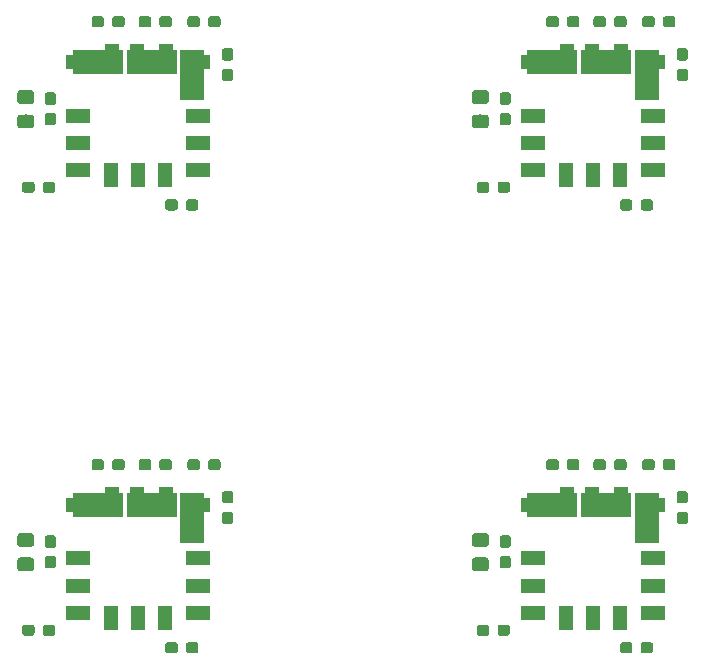
<source format=gbr>
G04 #@! TF.GenerationSoftware,KiCad,Pcbnew,(5.1.2)-1*
G04 #@! TF.CreationDate,2020-06-21T17:40:51+09:00*
G04 #@! TF.ProjectId,universal_power_board,756e6976-6572-4736-916c-5f706f776572,rev?*
G04 #@! TF.SameCoordinates,Original*
G04 #@! TF.FileFunction,Paste,Top*
G04 #@! TF.FilePolarity,Positive*
%FSLAX46Y46*%
G04 Gerber Fmt 4.6, Leading zero omitted, Abs format (unit mm)*
G04 Created by KiCad (PCBNEW (5.1.2)-1) date 2020-06-21 17:40:51*
%MOMM*%
%LPD*%
G04 APERTURE LIST*
%ADD10C,0.100000*%
%ADD11C,1.150000*%
%ADD12C,0.950000*%
%ADD13R,2.159000X1.270000*%
%ADD14R,4.320000X2.030000*%
%ADD15R,2.030000X4.320000*%
%ADD16R,1.270000X2.159000*%
G04 APERTURE END LIST*
D10*
G36*
X160874505Y-130801204D02*
G01*
X160898773Y-130804804D01*
X160922572Y-130810765D01*
X160945671Y-130819030D01*
X160967850Y-130829520D01*
X160988893Y-130842132D01*
X161008599Y-130856747D01*
X161026777Y-130873223D01*
X161043253Y-130891401D01*
X161057868Y-130911107D01*
X161070480Y-130932150D01*
X161080970Y-130954329D01*
X161089235Y-130977428D01*
X161095196Y-131001227D01*
X161098796Y-131025495D01*
X161100000Y-131049999D01*
X161100000Y-131700001D01*
X161098796Y-131724505D01*
X161095196Y-131748773D01*
X161089235Y-131772572D01*
X161080970Y-131795671D01*
X161070480Y-131817850D01*
X161057868Y-131838893D01*
X161043253Y-131858599D01*
X161026777Y-131876777D01*
X161008599Y-131893253D01*
X160988893Y-131907868D01*
X160967850Y-131920480D01*
X160945671Y-131930970D01*
X160922572Y-131939235D01*
X160898773Y-131945196D01*
X160874505Y-131948796D01*
X160850001Y-131950000D01*
X159949999Y-131950000D01*
X159925495Y-131948796D01*
X159901227Y-131945196D01*
X159877428Y-131939235D01*
X159854329Y-131930970D01*
X159832150Y-131920480D01*
X159811107Y-131907868D01*
X159791401Y-131893253D01*
X159773223Y-131876777D01*
X159756747Y-131858599D01*
X159742132Y-131838893D01*
X159729520Y-131817850D01*
X159719030Y-131795671D01*
X159710765Y-131772572D01*
X159704804Y-131748773D01*
X159701204Y-131724505D01*
X159700000Y-131700001D01*
X159700000Y-131049999D01*
X159701204Y-131025495D01*
X159704804Y-131001227D01*
X159710765Y-130977428D01*
X159719030Y-130954329D01*
X159729520Y-130932150D01*
X159742132Y-130911107D01*
X159756747Y-130891401D01*
X159773223Y-130873223D01*
X159791401Y-130856747D01*
X159811107Y-130842132D01*
X159832150Y-130829520D01*
X159854329Y-130819030D01*
X159877428Y-130810765D01*
X159901227Y-130804804D01*
X159925495Y-130801204D01*
X159949999Y-130800000D01*
X160850001Y-130800000D01*
X160874505Y-130801204D01*
X160874505Y-130801204D01*
G37*
D11*
X160400000Y-131375000D03*
D10*
G36*
X160874505Y-132851204D02*
G01*
X160898773Y-132854804D01*
X160922572Y-132860765D01*
X160945671Y-132869030D01*
X160967850Y-132879520D01*
X160988893Y-132892132D01*
X161008599Y-132906747D01*
X161026777Y-132923223D01*
X161043253Y-132941401D01*
X161057868Y-132961107D01*
X161070480Y-132982150D01*
X161080970Y-133004329D01*
X161089235Y-133027428D01*
X161095196Y-133051227D01*
X161098796Y-133075495D01*
X161100000Y-133099999D01*
X161100000Y-133750001D01*
X161098796Y-133774505D01*
X161095196Y-133798773D01*
X161089235Y-133822572D01*
X161080970Y-133845671D01*
X161070480Y-133867850D01*
X161057868Y-133888893D01*
X161043253Y-133908599D01*
X161026777Y-133926777D01*
X161008599Y-133943253D01*
X160988893Y-133957868D01*
X160967850Y-133970480D01*
X160945671Y-133980970D01*
X160922572Y-133989235D01*
X160898773Y-133995196D01*
X160874505Y-133998796D01*
X160850001Y-134000000D01*
X159949999Y-134000000D01*
X159925495Y-133998796D01*
X159901227Y-133995196D01*
X159877428Y-133989235D01*
X159854329Y-133980970D01*
X159832150Y-133970480D01*
X159811107Y-133957868D01*
X159791401Y-133943253D01*
X159773223Y-133926777D01*
X159756747Y-133908599D01*
X159742132Y-133888893D01*
X159729520Y-133867850D01*
X159719030Y-133845671D01*
X159710765Y-133822572D01*
X159704804Y-133798773D01*
X159701204Y-133774505D01*
X159700000Y-133750001D01*
X159700000Y-133099999D01*
X159701204Y-133075495D01*
X159704804Y-133051227D01*
X159710765Y-133027428D01*
X159719030Y-133004329D01*
X159729520Y-132982150D01*
X159742132Y-132961107D01*
X159756747Y-132941401D01*
X159773223Y-132923223D01*
X159791401Y-132906747D01*
X159811107Y-132892132D01*
X159832150Y-132879520D01*
X159854329Y-132869030D01*
X159877428Y-132860765D01*
X159901227Y-132854804D01*
X159925495Y-132851204D01*
X159949999Y-132850000D01*
X160850001Y-132850000D01*
X160874505Y-132851204D01*
X160874505Y-132851204D01*
G37*
D11*
X160400000Y-133425000D03*
D10*
G36*
X122374505Y-130801204D02*
G01*
X122398773Y-130804804D01*
X122422572Y-130810765D01*
X122445671Y-130819030D01*
X122467850Y-130829520D01*
X122488893Y-130842132D01*
X122508599Y-130856747D01*
X122526777Y-130873223D01*
X122543253Y-130891401D01*
X122557868Y-130911107D01*
X122570480Y-130932150D01*
X122580970Y-130954329D01*
X122589235Y-130977428D01*
X122595196Y-131001227D01*
X122598796Y-131025495D01*
X122600000Y-131049999D01*
X122600000Y-131700001D01*
X122598796Y-131724505D01*
X122595196Y-131748773D01*
X122589235Y-131772572D01*
X122580970Y-131795671D01*
X122570480Y-131817850D01*
X122557868Y-131838893D01*
X122543253Y-131858599D01*
X122526777Y-131876777D01*
X122508599Y-131893253D01*
X122488893Y-131907868D01*
X122467850Y-131920480D01*
X122445671Y-131930970D01*
X122422572Y-131939235D01*
X122398773Y-131945196D01*
X122374505Y-131948796D01*
X122350001Y-131950000D01*
X121449999Y-131950000D01*
X121425495Y-131948796D01*
X121401227Y-131945196D01*
X121377428Y-131939235D01*
X121354329Y-131930970D01*
X121332150Y-131920480D01*
X121311107Y-131907868D01*
X121291401Y-131893253D01*
X121273223Y-131876777D01*
X121256747Y-131858599D01*
X121242132Y-131838893D01*
X121229520Y-131817850D01*
X121219030Y-131795671D01*
X121210765Y-131772572D01*
X121204804Y-131748773D01*
X121201204Y-131724505D01*
X121200000Y-131700001D01*
X121200000Y-131049999D01*
X121201204Y-131025495D01*
X121204804Y-131001227D01*
X121210765Y-130977428D01*
X121219030Y-130954329D01*
X121229520Y-130932150D01*
X121242132Y-130911107D01*
X121256747Y-130891401D01*
X121273223Y-130873223D01*
X121291401Y-130856747D01*
X121311107Y-130842132D01*
X121332150Y-130829520D01*
X121354329Y-130819030D01*
X121377428Y-130810765D01*
X121401227Y-130804804D01*
X121425495Y-130801204D01*
X121449999Y-130800000D01*
X122350001Y-130800000D01*
X122374505Y-130801204D01*
X122374505Y-130801204D01*
G37*
D11*
X121900000Y-131375000D03*
D10*
G36*
X122374505Y-132851204D02*
G01*
X122398773Y-132854804D01*
X122422572Y-132860765D01*
X122445671Y-132869030D01*
X122467850Y-132879520D01*
X122488893Y-132892132D01*
X122508599Y-132906747D01*
X122526777Y-132923223D01*
X122543253Y-132941401D01*
X122557868Y-132961107D01*
X122570480Y-132982150D01*
X122580970Y-133004329D01*
X122589235Y-133027428D01*
X122595196Y-133051227D01*
X122598796Y-133075495D01*
X122600000Y-133099999D01*
X122600000Y-133750001D01*
X122598796Y-133774505D01*
X122595196Y-133798773D01*
X122589235Y-133822572D01*
X122580970Y-133845671D01*
X122570480Y-133867850D01*
X122557868Y-133888893D01*
X122543253Y-133908599D01*
X122526777Y-133926777D01*
X122508599Y-133943253D01*
X122488893Y-133957868D01*
X122467850Y-133970480D01*
X122445671Y-133980970D01*
X122422572Y-133989235D01*
X122398773Y-133995196D01*
X122374505Y-133998796D01*
X122350001Y-134000000D01*
X121449999Y-134000000D01*
X121425495Y-133998796D01*
X121401227Y-133995196D01*
X121377428Y-133989235D01*
X121354329Y-133980970D01*
X121332150Y-133970480D01*
X121311107Y-133957868D01*
X121291401Y-133943253D01*
X121273223Y-133926777D01*
X121256747Y-133908599D01*
X121242132Y-133888893D01*
X121229520Y-133867850D01*
X121219030Y-133845671D01*
X121210765Y-133822572D01*
X121204804Y-133798773D01*
X121201204Y-133774505D01*
X121200000Y-133750001D01*
X121200000Y-133099999D01*
X121201204Y-133075495D01*
X121204804Y-133051227D01*
X121210765Y-133027428D01*
X121219030Y-133004329D01*
X121229520Y-132982150D01*
X121242132Y-132961107D01*
X121256747Y-132941401D01*
X121273223Y-132923223D01*
X121291401Y-132906747D01*
X121311107Y-132892132D01*
X121332150Y-132879520D01*
X121354329Y-132869030D01*
X121377428Y-132860765D01*
X121401227Y-132854804D01*
X121425495Y-132851204D01*
X121449999Y-132850000D01*
X122350001Y-132850000D01*
X122374505Y-132851204D01*
X122374505Y-132851204D01*
G37*
D11*
X121900000Y-133425000D03*
D10*
G36*
X160874505Y-93301204D02*
G01*
X160898773Y-93304804D01*
X160922572Y-93310765D01*
X160945671Y-93319030D01*
X160967850Y-93329520D01*
X160988893Y-93342132D01*
X161008599Y-93356747D01*
X161026777Y-93373223D01*
X161043253Y-93391401D01*
X161057868Y-93411107D01*
X161070480Y-93432150D01*
X161080970Y-93454329D01*
X161089235Y-93477428D01*
X161095196Y-93501227D01*
X161098796Y-93525495D01*
X161100000Y-93549999D01*
X161100000Y-94200001D01*
X161098796Y-94224505D01*
X161095196Y-94248773D01*
X161089235Y-94272572D01*
X161080970Y-94295671D01*
X161070480Y-94317850D01*
X161057868Y-94338893D01*
X161043253Y-94358599D01*
X161026777Y-94376777D01*
X161008599Y-94393253D01*
X160988893Y-94407868D01*
X160967850Y-94420480D01*
X160945671Y-94430970D01*
X160922572Y-94439235D01*
X160898773Y-94445196D01*
X160874505Y-94448796D01*
X160850001Y-94450000D01*
X159949999Y-94450000D01*
X159925495Y-94448796D01*
X159901227Y-94445196D01*
X159877428Y-94439235D01*
X159854329Y-94430970D01*
X159832150Y-94420480D01*
X159811107Y-94407868D01*
X159791401Y-94393253D01*
X159773223Y-94376777D01*
X159756747Y-94358599D01*
X159742132Y-94338893D01*
X159729520Y-94317850D01*
X159719030Y-94295671D01*
X159710765Y-94272572D01*
X159704804Y-94248773D01*
X159701204Y-94224505D01*
X159700000Y-94200001D01*
X159700000Y-93549999D01*
X159701204Y-93525495D01*
X159704804Y-93501227D01*
X159710765Y-93477428D01*
X159719030Y-93454329D01*
X159729520Y-93432150D01*
X159742132Y-93411107D01*
X159756747Y-93391401D01*
X159773223Y-93373223D01*
X159791401Y-93356747D01*
X159811107Y-93342132D01*
X159832150Y-93329520D01*
X159854329Y-93319030D01*
X159877428Y-93310765D01*
X159901227Y-93304804D01*
X159925495Y-93301204D01*
X159949999Y-93300000D01*
X160850001Y-93300000D01*
X160874505Y-93301204D01*
X160874505Y-93301204D01*
G37*
D11*
X160400000Y-93875000D03*
D10*
G36*
X160874505Y-95351204D02*
G01*
X160898773Y-95354804D01*
X160922572Y-95360765D01*
X160945671Y-95369030D01*
X160967850Y-95379520D01*
X160988893Y-95392132D01*
X161008599Y-95406747D01*
X161026777Y-95423223D01*
X161043253Y-95441401D01*
X161057868Y-95461107D01*
X161070480Y-95482150D01*
X161080970Y-95504329D01*
X161089235Y-95527428D01*
X161095196Y-95551227D01*
X161098796Y-95575495D01*
X161100000Y-95599999D01*
X161100000Y-96250001D01*
X161098796Y-96274505D01*
X161095196Y-96298773D01*
X161089235Y-96322572D01*
X161080970Y-96345671D01*
X161070480Y-96367850D01*
X161057868Y-96388893D01*
X161043253Y-96408599D01*
X161026777Y-96426777D01*
X161008599Y-96443253D01*
X160988893Y-96457868D01*
X160967850Y-96470480D01*
X160945671Y-96480970D01*
X160922572Y-96489235D01*
X160898773Y-96495196D01*
X160874505Y-96498796D01*
X160850001Y-96500000D01*
X159949999Y-96500000D01*
X159925495Y-96498796D01*
X159901227Y-96495196D01*
X159877428Y-96489235D01*
X159854329Y-96480970D01*
X159832150Y-96470480D01*
X159811107Y-96457868D01*
X159791401Y-96443253D01*
X159773223Y-96426777D01*
X159756747Y-96408599D01*
X159742132Y-96388893D01*
X159729520Y-96367850D01*
X159719030Y-96345671D01*
X159710765Y-96322572D01*
X159704804Y-96298773D01*
X159701204Y-96274505D01*
X159700000Y-96250001D01*
X159700000Y-95599999D01*
X159701204Y-95575495D01*
X159704804Y-95551227D01*
X159710765Y-95527428D01*
X159719030Y-95504329D01*
X159729520Y-95482150D01*
X159742132Y-95461107D01*
X159756747Y-95441401D01*
X159773223Y-95423223D01*
X159791401Y-95406747D01*
X159811107Y-95392132D01*
X159832150Y-95379520D01*
X159854329Y-95369030D01*
X159877428Y-95360765D01*
X159901227Y-95354804D01*
X159925495Y-95351204D01*
X159949999Y-95350000D01*
X160850001Y-95350000D01*
X160874505Y-95351204D01*
X160874505Y-95351204D01*
G37*
D11*
X160400000Y-95925000D03*
D10*
G36*
X162685779Y-138526144D02*
G01*
X162708834Y-138529563D01*
X162731443Y-138535227D01*
X162753387Y-138543079D01*
X162774457Y-138553044D01*
X162794448Y-138565026D01*
X162813168Y-138578910D01*
X162830438Y-138594562D01*
X162846090Y-138611832D01*
X162859974Y-138630552D01*
X162871956Y-138650543D01*
X162881921Y-138671613D01*
X162889773Y-138693557D01*
X162895437Y-138716166D01*
X162898856Y-138739221D01*
X162900000Y-138762500D01*
X162900000Y-139237500D01*
X162898856Y-139260779D01*
X162895437Y-139283834D01*
X162889773Y-139306443D01*
X162881921Y-139328387D01*
X162871956Y-139349457D01*
X162859974Y-139369448D01*
X162846090Y-139388168D01*
X162830438Y-139405438D01*
X162813168Y-139421090D01*
X162794448Y-139434974D01*
X162774457Y-139446956D01*
X162753387Y-139456921D01*
X162731443Y-139464773D01*
X162708834Y-139470437D01*
X162685779Y-139473856D01*
X162662500Y-139475000D01*
X162087500Y-139475000D01*
X162064221Y-139473856D01*
X162041166Y-139470437D01*
X162018557Y-139464773D01*
X161996613Y-139456921D01*
X161975543Y-139446956D01*
X161955552Y-139434974D01*
X161936832Y-139421090D01*
X161919562Y-139405438D01*
X161903910Y-139388168D01*
X161890026Y-139369448D01*
X161878044Y-139349457D01*
X161868079Y-139328387D01*
X161860227Y-139306443D01*
X161854563Y-139283834D01*
X161851144Y-139260779D01*
X161850000Y-139237500D01*
X161850000Y-138762500D01*
X161851144Y-138739221D01*
X161854563Y-138716166D01*
X161860227Y-138693557D01*
X161868079Y-138671613D01*
X161878044Y-138650543D01*
X161890026Y-138630552D01*
X161903910Y-138611832D01*
X161919562Y-138594562D01*
X161936832Y-138578910D01*
X161955552Y-138565026D01*
X161975543Y-138553044D01*
X161996613Y-138543079D01*
X162018557Y-138535227D01*
X162041166Y-138529563D01*
X162064221Y-138526144D01*
X162087500Y-138525000D01*
X162662500Y-138525000D01*
X162685779Y-138526144D01*
X162685779Y-138526144D01*
G37*
D12*
X162375000Y-139000000D03*
D10*
G36*
X160935779Y-138526144D02*
G01*
X160958834Y-138529563D01*
X160981443Y-138535227D01*
X161003387Y-138543079D01*
X161024457Y-138553044D01*
X161044448Y-138565026D01*
X161063168Y-138578910D01*
X161080438Y-138594562D01*
X161096090Y-138611832D01*
X161109974Y-138630552D01*
X161121956Y-138650543D01*
X161131921Y-138671613D01*
X161139773Y-138693557D01*
X161145437Y-138716166D01*
X161148856Y-138739221D01*
X161150000Y-138762500D01*
X161150000Y-139237500D01*
X161148856Y-139260779D01*
X161145437Y-139283834D01*
X161139773Y-139306443D01*
X161131921Y-139328387D01*
X161121956Y-139349457D01*
X161109974Y-139369448D01*
X161096090Y-139388168D01*
X161080438Y-139405438D01*
X161063168Y-139421090D01*
X161044448Y-139434974D01*
X161024457Y-139446956D01*
X161003387Y-139456921D01*
X160981443Y-139464773D01*
X160958834Y-139470437D01*
X160935779Y-139473856D01*
X160912500Y-139475000D01*
X160337500Y-139475000D01*
X160314221Y-139473856D01*
X160291166Y-139470437D01*
X160268557Y-139464773D01*
X160246613Y-139456921D01*
X160225543Y-139446956D01*
X160205552Y-139434974D01*
X160186832Y-139421090D01*
X160169562Y-139405438D01*
X160153910Y-139388168D01*
X160140026Y-139369448D01*
X160128044Y-139349457D01*
X160118079Y-139328387D01*
X160110227Y-139306443D01*
X160104563Y-139283834D01*
X160101144Y-139260779D01*
X160100000Y-139237500D01*
X160100000Y-138762500D01*
X160101144Y-138739221D01*
X160104563Y-138716166D01*
X160110227Y-138693557D01*
X160118079Y-138671613D01*
X160128044Y-138650543D01*
X160140026Y-138630552D01*
X160153910Y-138611832D01*
X160169562Y-138594562D01*
X160186832Y-138578910D01*
X160205552Y-138565026D01*
X160225543Y-138553044D01*
X160246613Y-138543079D01*
X160268557Y-138535227D01*
X160291166Y-138529563D01*
X160314221Y-138526144D01*
X160337500Y-138525000D01*
X160912500Y-138525000D01*
X160935779Y-138526144D01*
X160935779Y-138526144D01*
G37*
D12*
X160625000Y-139000000D03*
D10*
G36*
X124185779Y-138526144D02*
G01*
X124208834Y-138529563D01*
X124231443Y-138535227D01*
X124253387Y-138543079D01*
X124274457Y-138553044D01*
X124294448Y-138565026D01*
X124313168Y-138578910D01*
X124330438Y-138594562D01*
X124346090Y-138611832D01*
X124359974Y-138630552D01*
X124371956Y-138650543D01*
X124381921Y-138671613D01*
X124389773Y-138693557D01*
X124395437Y-138716166D01*
X124398856Y-138739221D01*
X124400000Y-138762500D01*
X124400000Y-139237500D01*
X124398856Y-139260779D01*
X124395437Y-139283834D01*
X124389773Y-139306443D01*
X124381921Y-139328387D01*
X124371956Y-139349457D01*
X124359974Y-139369448D01*
X124346090Y-139388168D01*
X124330438Y-139405438D01*
X124313168Y-139421090D01*
X124294448Y-139434974D01*
X124274457Y-139446956D01*
X124253387Y-139456921D01*
X124231443Y-139464773D01*
X124208834Y-139470437D01*
X124185779Y-139473856D01*
X124162500Y-139475000D01*
X123587500Y-139475000D01*
X123564221Y-139473856D01*
X123541166Y-139470437D01*
X123518557Y-139464773D01*
X123496613Y-139456921D01*
X123475543Y-139446956D01*
X123455552Y-139434974D01*
X123436832Y-139421090D01*
X123419562Y-139405438D01*
X123403910Y-139388168D01*
X123390026Y-139369448D01*
X123378044Y-139349457D01*
X123368079Y-139328387D01*
X123360227Y-139306443D01*
X123354563Y-139283834D01*
X123351144Y-139260779D01*
X123350000Y-139237500D01*
X123350000Y-138762500D01*
X123351144Y-138739221D01*
X123354563Y-138716166D01*
X123360227Y-138693557D01*
X123368079Y-138671613D01*
X123378044Y-138650543D01*
X123390026Y-138630552D01*
X123403910Y-138611832D01*
X123419562Y-138594562D01*
X123436832Y-138578910D01*
X123455552Y-138565026D01*
X123475543Y-138553044D01*
X123496613Y-138543079D01*
X123518557Y-138535227D01*
X123541166Y-138529563D01*
X123564221Y-138526144D01*
X123587500Y-138525000D01*
X124162500Y-138525000D01*
X124185779Y-138526144D01*
X124185779Y-138526144D01*
G37*
D12*
X123875000Y-139000000D03*
D10*
G36*
X122435779Y-138526144D02*
G01*
X122458834Y-138529563D01*
X122481443Y-138535227D01*
X122503387Y-138543079D01*
X122524457Y-138553044D01*
X122544448Y-138565026D01*
X122563168Y-138578910D01*
X122580438Y-138594562D01*
X122596090Y-138611832D01*
X122609974Y-138630552D01*
X122621956Y-138650543D01*
X122631921Y-138671613D01*
X122639773Y-138693557D01*
X122645437Y-138716166D01*
X122648856Y-138739221D01*
X122650000Y-138762500D01*
X122650000Y-139237500D01*
X122648856Y-139260779D01*
X122645437Y-139283834D01*
X122639773Y-139306443D01*
X122631921Y-139328387D01*
X122621956Y-139349457D01*
X122609974Y-139369448D01*
X122596090Y-139388168D01*
X122580438Y-139405438D01*
X122563168Y-139421090D01*
X122544448Y-139434974D01*
X122524457Y-139446956D01*
X122503387Y-139456921D01*
X122481443Y-139464773D01*
X122458834Y-139470437D01*
X122435779Y-139473856D01*
X122412500Y-139475000D01*
X121837500Y-139475000D01*
X121814221Y-139473856D01*
X121791166Y-139470437D01*
X121768557Y-139464773D01*
X121746613Y-139456921D01*
X121725543Y-139446956D01*
X121705552Y-139434974D01*
X121686832Y-139421090D01*
X121669562Y-139405438D01*
X121653910Y-139388168D01*
X121640026Y-139369448D01*
X121628044Y-139349457D01*
X121618079Y-139328387D01*
X121610227Y-139306443D01*
X121604563Y-139283834D01*
X121601144Y-139260779D01*
X121600000Y-139237500D01*
X121600000Y-138762500D01*
X121601144Y-138739221D01*
X121604563Y-138716166D01*
X121610227Y-138693557D01*
X121618079Y-138671613D01*
X121628044Y-138650543D01*
X121640026Y-138630552D01*
X121653910Y-138611832D01*
X121669562Y-138594562D01*
X121686832Y-138578910D01*
X121705552Y-138565026D01*
X121725543Y-138553044D01*
X121746613Y-138543079D01*
X121768557Y-138535227D01*
X121791166Y-138529563D01*
X121814221Y-138526144D01*
X121837500Y-138525000D01*
X122412500Y-138525000D01*
X122435779Y-138526144D01*
X122435779Y-138526144D01*
G37*
D12*
X122125000Y-139000000D03*
D10*
G36*
X162685779Y-101026144D02*
G01*
X162708834Y-101029563D01*
X162731443Y-101035227D01*
X162753387Y-101043079D01*
X162774457Y-101053044D01*
X162794448Y-101065026D01*
X162813168Y-101078910D01*
X162830438Y-101094562D01*
X162846090Y-101111832D01*
X162859974Y-101130552D01*
X162871956Y-101150543D01*
X162881921Y-101171613D01*
X162889773Y-101193557D01*
X162895437Y-101216166D01*
X162898856Y-101239221D01*
X162900000Y-101262500D01*
X162900000Y-101737500D01*
X162898856Y-101760779D01*
X162895437Y-101783834D01*
X162889773Y-101806443D01*
X162881921Y-101828387D01*
X162871956Y-101849457D01*
X162859974Y-101869448D01*
X162846090Y-101888168D01*
X162830438Y-101905438D01*
X162813168Y-101921090D01*
X162794448Y-101934974D01*
X162774457Y-101946956D01*
X162753387Y-101956921D01*
X162731443Y-101964773D01*
X162708834Y-101970437D01*
X162685779Y-101973856D01*
X162662500Y-101975000D01*
X162087500Y-101975000D01*
X162064221Y-101973856D01*
X162041166Y-101970437D01*
X162018557Y-101964773D01*
X161996613Y-101956921D01*
X161975543Y-101946956D01*
X161955552Y-101934974D01*
X161936832Y-101921090D01*
X161919562Y-101905438D01*
X161903910Y-101888168D01*
X161890026Y-101869448D01*
X161878044Y-101849457D01*
X161868079Y-101828387D01*
X161860227Y-101806443D01*
X161854563Y-101783834D01*
X161851144Y-101760779D01*
X161850000Y-101737500D01*
X161850000Y-101262500D01*
X161851144Y-101239221D01*
X161854563Y-101216166D01*
X161860227Y-101193557D01*
X161868079Y-101171613D01*
X161878044Y-101150543D01*
X161890026Y-101130552D01*
X161903910Y-101111832D01*
X161919562Y-101094562D01*
X161936832Y-101078910D01*
X161955552Y-101065026D01*
X161975543Y-101053044D01*
X161996613Y-101043079D01*
X162018557Y-101035227D01*
X162041166Y-101029563D01*
X162064221Y-101026144D01*
X162087500Y-101025000D01*
X162662500Y-101025000D01*
X162685779Y-101026144D01*
X162685779Y-101026144D01*
G37*
D12*
X162375000Y-101500000D03*
D10*
G36*
X160935779Y-101026144D02*
G01*
X160958834Y-101029563D01*
X160981443Y-101035227D01*
X161003387Y-101043079D01*
X161024457Y-101053044D01*
X161044448Y-101065026D01*
X161063168Y-101078910D01*
X161080438Y-101094562D01*
X161096090Y-101111832D01*
X161109974Y-101130552D01*
X161121956Y-101150543D01*
X161131921Y-101171613D01*
X161139773Y-101193557D01*
X161145437Y-101216166D01*
X161148856Y-101239221D01*
X161150000Y-101262500D01*
X161150000Y-101737500D01*
X161148856Y-101760779D01*
X161145437Y-101783834D01*
X161139773Y-101806443D01*
X161131921Y-101828387D01*
X161121956Y-101849457D01*
X161109974Y-101869448D01*
X161096090Y-101888168D01*
X161080438Y-101905438D01*
X161063168Y-101921090D01*
X161044448Y-101934974D01*
X161024457Y-101946956D01*
X161003387Y-101956921D01*
X160981443Y-101964773D01*
X160958834Y-101970437D01*
X160935779Y-101973856D01*
X160912500Y-101975000D01*
X160337500Y-101975000D01*
X160314221Y-101973856D01*
X160291166Y-101970437D01*
X160268557Y-101964773D01*
X160246613Y-101956921D01*
X160225543Y-101946956D01*
X160205552Y-101934974D01*
X160186832Y-101921090D01*
X160169562Y-101905438D01*
X160153910Y-101888168D01*
X160140026Y-101869448D01*
X160128044Y-101849457D01*
X160118079Y-101828387D01*
X160110227Y-101806443D01*
X160104563Y-101783834D01*
X160101144Y-101760779D01*
X160100000Y-101737500D01*
X160100000Y-101262500D01*
X160101144Y-101239221D01*
X160104563Y-101216166D01*
X160110227Y-101193557D01*
X160118079Y-101171613D01*
X160128044Y-101150543D01*
X160140026Y-101130552D01*
X160153910Y-101111832D01*
X160169562Y-101094562D01*
X160186832Y-101078910D01*
X160205552Y-101065026D01*
X160225543Y-101053044D01*
X160246613Y-101043079D01*
X160268557Y-101035227D01*
X160291166Y-101029563D01*
X160314221Y-101026144D01*
X160337500Y-101025000D01*
X160912500Y-101025000D01*
X160935779Y-101026144D01*
X160935779Y-101026144D01*
G37*
D12*
X160625000Y-101500000D03*
D10*
G36*
X174810779Y-140026144D02*
G01*
X174833834Y-140029563D01*
X174856443Y-140035227D01*
X174878387Y-140043079D01*
X174899457Y-140053044D01*
X174919448Y-140065026D01*
X174938168Y-140078910D01*
X174955438Y-140094562D01*
X174971090Y-140111832D01*
X174984974Y-140130552D01*
X174996956Y-140150543D01*
X175006921Y-140171613D01*
X175014773Y-140193557D01*
X175020437Y-140216166D01*
X175023856Y-140239221D01*
X175025000Y-140262500D01*
X175025000Y-140737500D01*
X175023856Y-140760779D01*
X175020437Y-140783834D01*
X175014773Y-140806443D01*
X175006921Y-140828387D01*
X174996956Y-140849457D01*
X174984974Y-140869448D01*
X174971090Y-140888168D01*
X174955438Y-140905438D01*
X174938168Y-140921090D01*
X174919448Y-140934974D01*
X174899457Y-140946956D01*
X174878387Y-140956921D01*
X174856443Y-140964773D01*
X174833834Y-140970437D01*
X174810779Y-140973856D01*
X174787500Y-140975000D01*
X174212500Y-140975000D01*
X174189221Y-140973856D01*
X174166166Y-140970437D01*
X174143557Y-140964773D01*
X174121613Y-140956921D01*
X174100543Y-140946956D01*
X174080552Y-140934974D01*
X174061832Y-140921090D01*
X174044562Y-140905438D01*
X174028910Y-140888168D01*
X174015026Y-140869448D01*
X174003044Y-140849457D01*
X173993079Y-140828387D01*
X173985227Y-140806443D01*
X173979563Y-140783834D01*
X173976144Y-140760779D01*
X173975000Y-140737500D01*
X173975000Y-140262500D01*
X173976144Y-140239221D01*
X173979563Y-140216166D01*
X173985227Y-140193557D01*
X173993079Y-140171613D01*
X174003044Y-140150543D01*
X174015026Y-140130552D01*
X174028910Y-140111832D01*
X174044562Y-140094562D01*
X174061832Y-140078910D01*
X174080552Y-140065026D01*
X174100543Y-140053044D01*
X174121613Y-140043079D01*
X174143557Y-140035227D01*
X174166166Y-140029563D01*
X174189221Y-140026144D01*
X174212500Y-140025000D01*
X174787500Y-140025000D01*
X174810779Y-140026144D01*
X174810779Y-140026144D01*
G37*
D12*
X174500000Y-140500000D03*
D10*
G36*
X173060779Y-140026144D02*
G01*
X173083834Y-140029563D01*
X173106443Y-140035227D01*
X173128387Y-140043079D01*
X173149457Y-140053044D01*
X173169448Y-140065026D01*
X173188168Y-140078910D01*
X173205438Y-140094562D01*
X173221090Y-140111832D01*
X173234974Y-140130552D01*
X173246956Y-140150543D01*
X173256921Y-140171613D01*
X173264773Y-140193557D01*
X173270437Y-140216166D01*
X173273856Y-140239221D01*
X173275000Y-140262500D01*
X173275000Y-140737500D01*
X173273856Y-140760779D01*
X173270437Y-140783834D01*
X173264773Y-140806443D01*
X173256921Y-140828387D01*
X173246956Y-140849457D01*
X173234974Y-140869448D01*
X173221090Y-140888168D01*
X173205438Y-140905438D01*
X173188168Y-140921090D01*
X173169448Y-140934974D01*
X173149457Y-140946956D01*
X173128387Y-140956921D01*
X173106443Y-140964773D01*
X173083834Y-140970437D01*
X173060779Y-140973856D01*
X173037500Y-140975000D01*
X172462500Y-140975000D01*
X172439221Y-140973856D01*
X172416166Y-140970437D01*
X172393557Y-140964773D01*
X172371613Y-140956921D01*
X172350543Y-140946956D01*
X172330552Y-140934974D01*
X172311832Y-140921090D01*
X172294562Y-140905438D01*
X172278910Y-140888168D01*
X172265026Y-140869448D01*
X172253044Y-140849457D01*
X172243079Y-140828387D01*
X172235227Y-140806443D01*
X172229563Y-140783834D01*
X172226144Y-140760779D01*
X172225000Y-140737500D01*
X172225000Y-140262500D01*
X172226144Y-140239221D01*
X172229563Y-140216166D01*
X172235227Y-140193557D01*
X172243079Y-140171613D01*
X172253044Y-140150543D01*
X172265026Y-140130552D01*
X172278910Y-140111832D01*
X172294562Y-140094562D01*
X172311832Y-140078910D01*
X172330552Y-140065026D01*
X172350543Y-140053044D01*
X172371613Y-140043079D01*
X172393557Y-140035227D01*
X172416166Y-140029563D01*
X172439221Y-140026144D01*
X172462500Y-140025000D01*
X173037500Y-140025000D01*
X173060779Y-140026144D01*
X173060779Y-140026144D01*
G37*
D12*
X172750000Y-140500000D03*
D10*
G36*
X136310779Y-140026144D02*
G01*
X136333834Y-140029563D01*
X136356443Y-140035227D01*
X136378387Y-140043079D01*
X136399457Y-140053044D01*
X136419448Y-140065026D01*
X136438168Y-140078910D01*
X136455438Y-140094562D01*
X136471090Y-140111832D01*
X136484974Y-140130552D01*
X136496956Y-140150543D01*
X136506921Y-140171613D01*
X136514773Y-140193557D01*
X136520437Y-140216166D01*
X136523856Y-140239221D01*
X136525000Y-140262500D01*
X136525000Y-140737500D01*
X136523856Y-140760779D01*
X136520437Y-140783834D01*
X136514773Y-140806443D01*
X136506921Y-140828387D01*
X136496956Y-140849457D01*
X136484974Y-140869448D01*
X136471090Y-140888168D01*
X136455438Y-140905438D01*
X136438168Y-140921090D01*
X136419448Y-140934974D01*
X136399457Y-140946956D01*
X136378387Y-140956921D01*
X136356443Y-140964773D01*
X136333834Y-140970437D01*
X136310779Y-140973856D01*
X136287500Y-140975000D01*
X135712500Y-140975000D01*
X135689221Y-140973856D01*
X135666166Y-140970437D01*
X135643557Y-140964773D01*
X135621613Y-140956921D01*
X135600543Y-140946956D01*
X135580552Y-140934974D01*
X135561832Y-140921090D01*
X135544562Y-140905438D01*
X135528910Y-140888168D01*
X135515026Y-140869448D01*
X135503044Y-140849457D01*
X135493079Y-140828387D01*
X135485227Y-140806443D01*
X135479563Y-140783834D01*
X135476144Y-140760779D01*
X135475000Y-140737500D01*
X135475000Y-140262500D01*
X135476144Y-140239221D01*
X135479563Y-140216166D01*
X135485227Y-140193557D01*
X135493079Y-140171613D01*
X135503044Y-140150543D01*
X135515026Y-140130552D01*
X135528910Y-140111832D01*
X135544562Y-140094562D01*
X135561832Y-140078910D01*
X135580552Y-140065026D01*
X135600543Y-140053044D01*
X135621613Y-140043079D01*
X135643557Y-140035227D01*
X135666166Y-140029563D01*
X135689221Y-140026144D01*
X135712500Y-140025000D01*
X136287500Y-140025000D01*
X136310779Y-140026144D01*
X136310779Y-140026144D01*
G37*
D12*
X136000000Y-140500000D03*
D10*
G36*
X134560779Y-140026144D02*
G01*
X134583834Y-140029563D01*
X134606443Y-140035227D01*
X134628387Y-140043079D01*
X134649457Y-140053044D01*
X134669448Y-140065026D01*
X134688168Y-140078910D01*
X134705438Y-140094562D01*
X134721090Y-140111832D01*
X134734974Y-140130552D01*
X134746956Y-140150543D01*
X134756921Y-140171613D01*
X134764773Y-140193557D01*
X134770437Y-140216166D01*
X134773856Y-140239221D01*
X134775000Y-140262500D01*
X134775000Y-140737500D01*
X134773856Y-140760779D01*
X134770437Y-140783834D01*
X134764773Y-140806443D01*
X134756921Y-140828387D01*
X134746956Y-140849457D01*
X134734974Y-140869448D01*
X134721090Y-140888168D01*
X134705438Y-140905438D01*
X134688168Y-140921090D01*
X134669448Y-140934974D01*
X134649457Y-140946956D01*
X134628387Y-140956921D01*
X134606443Y-140964773D01*
X134583834Y-140970437D01*
X134560779Y-140973856D01*
X134537500Y-140975000D01*
X133962500Y-140975000D01*
X133939221Y-140973856D01*
X133916166Y-140970437D01*
X133893557Y-140964773D01*
X133871613Y-140956921D01*
X133850543Y-140946956D01*
X133830552Y-140934974D01*
X133811832Y-140921090D01*
X133794562Y-140905438D01*
X133778910Y-140888168D01*
X133765026Y-140869448D01*
X133753044Y-140849457D01*
X133743079Y-140828387D01*
X133735227Y-140806443D01*
X133729563Y-140783834D01*
X133726144Y-140760779D01*
X133725000Y-140737500D01*
X133725000Y-140262500D01*
X133726144Y-140239221D01*
X133729563Y-140216166D01*
X133735227Y-140193557D01*
X133743079Y-140171613D01*
X133753044Y-140150543D01*
X133765026Y-140130552D01*
X133778910Y-140111832D01*
X133794562Y-140094562D01*
X133811832Y-140078910D01*
X133830552Y-140065026D01*
X133850543Y-140053044D01*
X133871613Y-140043079D01*
X133893557Y-140035227D01*
X133916166Y-140029563D01*
X133939221Y-140026144D01*
X133962500Y-140025000D01*
X134537500Y-140025000D01*
X134560779Y-140026144D01*
X134560779Y-140026144D01*
G37*
D12*
X134250000Y-140500000D03*
D10*
G36*
X174810779Y-102526144D02*
G01*
X174833834Y-102529563D01*
X174856443Y-102535227D01*
X174878387Y-102543079D01*
X174899457Y-102553044D01*
X174919448Y-102565026D01*
X174938168Y-102578910D01*
X174955438Y-102594562D01*
X174971090Y-102611832D01*
X174984974Y-102630552D01*
X174996956Y-102650543D01*
X175006921Y-102671613D01*
X175014773Y-102693557D01*
X175020437Y-102716166D01*
X175023856Y-102739221D01*
X175025000Y-102762500D01*
X175025000Y-103237500D01*
X175023856Y-103260779D01*
X175020437Y-103283834D01*
X175014773Y-103306443D01*
X175006921Y-103328387D01*
X174996956Y-103349457D01*
X174984974Y-103369448D01*
X174971090Y-103388168D01*
X174955438Y-103405438D01*
X174938168Y-103421090D01*
X174919448Y-103434974D01*
X174899457Y-103446956D01*
X174878387Y-103456921D01*
X174856443Y-103464773D01*
X174833834Y-103470437D01*
X174810779Y-103473856D01*
X174787500Y-103475000D01*
X174212500Y-103475000D01*
X174189221Y-103473856D01*
X174166166Y-103470437D01*
X174143557Y-103464773D01*
X174121613Y-103456921D01*
X174100543Y-103446956D01*
X174080552Y-103434974D01*
X174061832Y-103421090D01*
X174044562Y-103405438D01*
X174028910Y-103388168D01*
X174015026Y-103369448D01*
X174003044Y-103349457D01*
X173993079Y-103328387D01*
X173985227Y-103306443D01*
X173979563Y-103283834D01*
X173976144Y-103260779D01*
X173975000Y-103237500D01*
X173975000Y-102762500D01*
X173976144Y-102739221D01*
X173979563Y-102716166D01*
X173985227Y-102693557D01*
X173993079Y-102671613D01*
X174003044Y-102650543D01*
X174015026Y-102630552D01*
X174028910Y-102611832D01*
X174044562Y-102594562D01*
X174061832Y-102578910D01*
X174080552Y-102565026D01*
X174100543Y-102553044D01*
X174121613Y-102543079D01*
X174143557Y-102535227D01*
X174166166Y-102529563D01*
X174189221Y-102526144D01*
X174212500Y-102525000D01*
X174787500Y-102525000D01*
X174810779Y-102526144D01*
X174810779Y-102526144D01*
G37*
D12*
X174500000Y-103000000D03*
D10*
G36*
X173060779Y-102526144D02*
G01*
X173083834Y-102529563D01*
X173106443Y-102535227D01*
X173128387Y-102543079D01*
X173149457Y-102553044D01*
X173169448Y-102565026D01*
X173188168Y-102578910D01*
X173205438Y-102594562D01*
X173221090Y-102611832D01*
X173234974Y-102630552D01*
X173246956Y-102650543D01*
X173256921Y-102671613D01*
X173264773Y-102693557D01*
X173270437Y-102716166D01*
X173273856Y-102739221D01*
X173275000Y-102762500D01*
X173275000Y-103237500D01*
X173273856Y-103260779D01*
X173270437Y-103283834D01*
X173264773Y-103306443D01*
X173256921Y-103328387D01*
X173246956Y-103349457D01*
X173234974Y-103369448D01*
X173221090Y-103388168D01*
X173205438Y-103405438D01*
X173188168Y-103421090D01*
X173169448Y-103434974D01*
X173149457Y-103446956D01*
X173128387Y-103456921D01*
X173106443Y-103464773D01*
X173083834Y-103470437D01*
X173060779Y-103473856D01*
X173037500Y-103475000D01*
X172462500Y-103475000D01*
X172439221Y-103473856D01*
X172416166Y-103470437D01*
X172393557Y-103464773D01*
X172371613Y-103456921D01*
X172350543Y-103446956D01*
X172330552Y-103434974D01*
X172311832Y-103421090D01*
X172294562Y-103405438D01*
X172278910Y-103388168D01*
X172265026Y-103369448D01*
X172253044Y-103349457D01*
X172243079Y-103328387D01*
X172235227Y-103306443D01*
X172229563Y-103283834D01*
X172226144Y-103260779D01*
X172225000Y-103237500D01*
X172225000Y-102762500D01*
X172226144Y-102739221D01*
X172229563Y-102716166D01*
X172235227Y-102693557D01*
X172243079Y-102671613D01*
X172253044Y-102650543D01*
X172265026Y-102630552D01*
X172278910Y-102611832D01*
X172294562Y-102594562D01*
X172311832Y-102578910D01*
X172330552Y-102565026D01*
X172350543Y-102553044D01*
X172371613Y-102543079D01*
X172393557Y-102535227D01*
X172416166Y-102529563D01*
X172439221Y-102526144D01*
X172462500Y-102525000D01*
X173037500Y-102525000D01*
X173060779Y-102526144D01*
X173060779Y-102526144D01*
G37*
D12*
X172750000Y-103000000D03*
D10*
G36*
X168560779Y-124526144D02*
G01*
X168583834Y-124529563D01*
X168606443Y-124535227D01*
X168628387Y-124543079D01*
X168649457Y-124553044D01*
X168669448Y-124565026D01*
X168688168Y-124578910D01*
X168705438Y-124594562D01*
X168721090Y-124611832D01*
X168734974Y-124630552D01*
X168746956Y-124650543D01*
X168756921Y-124671613D01*
X168764773Y-124693557D01*
X168770437Y-124716166D01*
X168773856Y-124739221D01*
X168775000Y-124762500D01*
X168775000Y-125237500D01*
X168773856Y-125260779D01*
X168770437Y-125283834D01*
X168764773Y-125306443D01*
X168756921Y-125328387D01*
X168746956Y-125349457D01*
X168734974Y-125369448D01*
X168721090Y-125388168D01*
X168705438Y-125405438D01*
X168688168Y-125421090D01*
X168669448Y-125434974D01*
X168649457Y-125446956D01*
X168628387Y-125456921D01*
X168606443Y-125464773D01*
X168583834Y-125470437D01*
X168560779Y-125473856D01*
X168537500Y-125475000D01*
X167962500Y-125475000D01*
X167939221Y-125473856D01*
X167916166Y-125470437D01*
X167893557Y-125464773D01*
X167871613Y-125456921D01*
X167850543Y-125446956D01*
X167830552Y-125434974D01*
X167811832Y-125421090D01*
X167794562Y-125405438D01*
X167778910Y-125388168D01*
X167765026Y-125369448D01*
X167753044Y-125349457D01*
X167743079Y-125328387D01*
X167735227Y-125306443D01*
X167729563Y-125283834D01*
X167726144Y-125260779D01*
X167725000Y-125237500D01*
X167725000Y-124762500D01*
X167726144Y-124739221D01*
X167729563Y-124716166D01*
X167735227Y-124693557D01*
X167743079Y-124671613D01*
X167753044Y-124650543D01*
X167765026Y-124630552D01*
X167778910Y-124611832D01*
X167794562Y-124594562D01*
X167811832Y-124578910D01*
X167830552Y-124565026D01*
X167850543Y-124553044D01*
X167871613Y-124543079D01*
X167893557Y-124535227D01*
X167916166Y-124529563D01*
X167939221Y-124526144D01*
X167962500Y-124525000D01*
X168537500Y-124525000D01*
X168560779Y-124526144D01*
X168560779Y-124526144D01*
G37*
D12*
X168250000Y-125000000D03*
D10*
G36*
X166810779Y-124526144D02*
G01*
X166833834Y-124529563D01*
X166856443Y-124535227D01*
X166878387Y-124543079D01*
X166899457Y-124553044D01*
X166919448Y-124565026D01*
X166938168Y-124578910D01*
X166955438Y-124594562D01*
X166971090Y-124611832D01*
X166984974Y-124630552D01*
X166996956Y-124650543D01*
X167006921Y-124671613D01*
X167014773Y-124693557D01*
X167020437Y-124716166D01*
X167023856Y-124739221D01*
X167025000Y-124762500D01*
X167025000Y-125237500D01*
X167023856Y-125260779D01*
X167020437Y-125283834D01*
X167014773Y-125306443D01*
X167006921Y-125328387D01*
X166996956Y-125349457D01*
X166984974Y-125369448D01*
X166971090Y-125388168D01*
X166955438Y-125405438D01*
X166938168Y-125421090D01*
X166919448Y-125434974D01*
X166899457Y-125446956D01*
X166878387Y-125456921D01*
X166856443Y-125464773D01*
X166833834Y-125470437D01*
X166810779Y-125473856D01*
X166787500Y-125475000D01*
X166212500Y-125475000D01*
X166189221Y-125473856D01*
X166166166Y-125470437D01*
X166143557Y-125464773D01*
X166121613Y-125456921D01*
X166100543Y-125446956D01*
X166080552Y-125434974D01*
X166061832Y-125421090D01*
X166044562Y-125405438D01*
X166028910Y-125388168D01*
X166015026Y-125369448D01*
X166003044Y-125349457D01*
X165993079Y-125328387D01*
X165985227Y-125306443D01*
X165979563Y-125283834D01*
X165976144Y-125260779D01*
X165975000Y-125237500D01*
X165975000Y-124762500D01*
X165976144Y-124739221D01*
X165979563Y-124716166D01*
X165985227Y-124693557D01*
X165993079Y-124671613D01*
X166003044Y-124650543D01*
X166015026Y-124630552D01*
X166028910Y-124611832D01*
X166044562Y-124594562D01*
X166061832Y-124578910D01*
X166080552Y-124565026D01*
X166100543Y-124553044D01*
X166121613Y-124543079D01*
X166143557Y-124535227D01*
X166166166Y-124529563D01*
X166189221Y-124526144D01*
X166212500Y-124525000D01*
X166787500Y-124525000D01*
X166810779Y-124526144D01*
X166810779Y-124526144D01*
G37*
D12*
X166500000Y-125000000D03*
D10*
G36*
X130060779Y-124526144D02*
G01*
X130083834Y-124529563D01*
X130106443Y-124535227D01*
X130128387Y-124543079D01*
X130149457Y-124553044D01*
X130169448Y-124565026D01*
X130188168Y-124578910D01*
X130205438Y-124594562D01*
X130221090Y-124611832D01*
X130234974Y-124630552D01*
X130246956Y-124650543D01*
X130256921Y-124671613D01*
X130264773Y-124693557D01*
X130270437Y-124716166D01*
X130273856Y-124739221D01*
X130275000Y-124762500D01*
X130275000Y-125237500D01*
X130273856Y-125260779D01*
X130270437Y-125283834D01*
X130264773Y-125306443D01*
X130256921Y-125328387D01*
X130246956Y-125349457D01*
X130234974Y-125369448D01*
X130221090Y-125388168D01*
X130205438Y-125405438D01*
X130188168Y-125421090D01*
X130169448Y-125434974D01*
X130149457Y-125446956D01*
X130128387Y-125456921D01*
X130106443Y-125464773D01*
X130083834Y-125470437D01*
X130060779Y-125473856D01*
X130037500Y-125475000D01*
X129462500Y-125475000D01*
X129439221Y-125473856D01*
X129416166Y-125470437D01*
X129393557Y-125464773D01*
X129371613Y-125456921D01*
X129350543Y-125446956D01*
X129330552Y-125434974D01*
X129311832Y-125421090D01*
X129294562Y-125405438D01*
X129278910Y-125388168D01*
X129265026Y-125369448D01*
X129253044Y-125349457D01*
X129243079Y-125328387D01*
X129235227Y-125306443D01*
X129229563Y-125283834D01*
X129226144Y-125260779D01*
X129225000Y-125237500D01*
X129225000Y-124762500D01*
X129226144Y-124739221D01*
X129229563Y-124716166D01*
X129235227Y-124693557D01*
X129243079Y-124671613D01*
X129253044Y-124650543D01*
X129265026Y-124630552D01*
X129278910Y-124611832D01*
X129294562Y-124594562D01*
X129311832Y-124578910D01*
X129330552Y-124565026D01*
X129350543Y-124553044D01*
X129371613Y-124543079D01*
X129393557Y-124535227D01*
X129416166Y-124529563D01*
X129439221Y-124526144D01*
X129462500Y-124525000D01*
X130037500Y-124525000D01*
X130060779Y-124526144D01*
X130060779Y-124526144D01*
G37*
D12*
X129750000Y-125000000D03*
D10*
G36*
X128310779Y-124526144D02*
G01*
X128333834Y-124529563D01*
X128356443Y-124535227D01*
X128378387Y-124543079D01*
X128399457Y-124553044D01*
X128419448Y-124565026D01*
X128438168Y-124578910D01*
X128455438Y-124594562D01*
X128471090Y-124611832D01*
X128484974Y-124630552D01*
X128496956Y-124650543D01*
X128506921Y-124671613D01*
X128514773Y-124693557D01*
X128520437Y-124716166D01*
X128523856Y-124739221D01*
X128525000Y-124762500D01*
X128525000Y-125237500D01*
X128523856Y-125260779D01*
X128520437Y-125283834D01*
X128514773Y-125306443D01*
X128506921Y-125328387D01*
X128496956Y-125349457D01*
X128484974Y-125369448D01*
X128471090Y-125388168D01*
X128455438Y-125405438D01*
X128438168Y-125421090D01*
X128419448Y-125434974D01*
X128399457Y-125446956D01*
X128378387Y-125456921D01*
X128356443Y-125464773D01*
X128333834Y-125470437D01*
X128310779Y-125473856D01*
X128287500Y-125475000D01*
X127712500Y-125475000D01*
X127689221Y-125473856D01*
X127666166Y-125470437D01*
X127643557Y-125464773D01*
X127621613Y-125456921D01*
X127600543Y-125446956D01*
X127580552Y-125434974D01*
X127561832Y-125421090D01*
X127544562Y-125405438D01*
X127528910Y-125388168D01*
X127515026Y-125369448D01*
X127503044Y-125349457D01*
X127493079Y-125328387D01*
X127485227Y-125306443D01*
X127479563Y-125283834D01*
X127476144Y-125260779D01*
X127475000Y-125237500D01*
X127475000Y-124762500D01*
X127476144Y-124739221D01*
X127479563Y-124716166D01*
X127485227Y-124693557D01*
X127493079Y-124671613D01*
X127503044Y-124650543D01*
X127515026Y-124630552D01*
X127528910Y-124611832D01*
X127544562Y-124594562D01*
X127561832Y-124578910D01*
X127580552Y-124565026D01*
X127600543Y-124553044D01*
X127621613Y-124543079D01*
X127643557Y-124535227D01*
X127666166Y-124529563D01*
X127689221Y-124526144D01*
X127712500Y-124525000D01*
X128287500Y-124525000D01*
X128310779Y-124526144D01*
X128310779Y-124526144D01*
G37*
D12*
X128000000Y-125000000D03*
D10*
G36*
X168560779Y-87026144D02*
G01*
X168583834Y-87029563D01*
X168606443Y-87035227D01*
X168628387Y-87043079D01*
X168649457Y-87053044D01*
X168669448Y-87065026D01*
X168688168Y-87078910D01*
X168705438Y-87094562D01*
X168721090Y-87111832D01*
X168734974Y-87130552D01*
X168746956Y-87150543D01*
X168756921Y-87171613D01*
X168764773Y-87193557D01*
X168770437Y-87216166D01*
X168773856Y-87239221D01*
X168775000Y-87262500D01*
X168775000Y-87737500D01*
X168773856Y-87760779D01*
X168770437Y-87783834D01*
X168764773Y-87806443D01*
X168756921Y-87828387D01*
X168746956Y-87849457D01*
X168734974Y-87869448D01*
X168721090Y-87888168D01*
X168705438Y-87905438D01*
X168688168Y-87921090D01*
X168669448Y-87934974D01*
X168649457Y-87946956D01*
X168628387Y-87956921D01*
X168606443Y-87964773D01*
X168583834Y-87970437D01*
X168560779Y-87973856D01*
X168537500Y-87975000D01*
X167962500Y-87975000D01*
X167939221Y-87973856D01*
X167916166Y-87970437D01*
X167893557Y-87964773D01*
X167871613Y-87956921D01*
X167850543Y-87946956D01*
X167830552Y-87934974D01*
X167811832Y-87921090D01*
X167794562Y-87905438D01*
X167778910Y-87888168D01*
X167765026Y-87869448D01*
X167753044Y-87849457D01*
X167743079Y-87828387D01*
X167735227Y-87806443D01*
X167729563Y-87783834D01*
X167726144Y-87760779D01*
X167725000Y-87737500D01*
X167725000Y-87262500D01*
X167726144Y-87239221D01*
X167729563Y-87216166D01*
X167735227Y-87193557D01*
X167743079Y-87171613D01*
X167753044Y-87150543D01*
X167765026Y-87130552D01*
X167778910Y-87111832D01*
X167794562Y-87094562D01*
X167811832Y-87078910D01*
X167830552Y-87065026D01*
X167850543Y-87053044D01*
X167871613Y-87043079D01*
X167893557Y-87035227D01*
X167916166Y-87029563D01*
X167939221Y-87026144D01*
X167962500Y-87025000D01*
X168537500Y-87025000D01*
X168560779Y-87026144D01*
X168560779Y-87026144D01*
G37*
D12*
X168250000Y-87500000D03*
D10*
G36*
X166810779Y-87026144D02*
G01*
X166833834Y-87029563D01*
X166856443Y-87035227D01*
X166878387Y-87043079D01*
X166899457Y-87053044D01*
X166919448Y-87065026D01*
X166938168Y-87078910D01*
X166955438Y-87094562D01*
X166971090Y-87111832D01*
X166984974Y-87130552D01*
X166996956Y-87150543D01*
X167006921Y-87171613D01*
X167014773Y-87193557D01*
X167020437Y-87216166D01*
X167023856Y-87239221D01*
X167025000Y-87262500D01*
X167025000Y-87737500D01*
X167023856Y-87760779D01*
X167020437Y-87783834D01*
X167014773Y-87806443D01*
X167006921Y-87828387D01*
X166996956Y-87849457D01*
X166984974Y-87869448D01*
X166971090Y-87888168D01*
X166955438Y-87905438D01*
X166938168Y-87921090D01*
X166919448Y-87934974D01*
X166899457Y-87946956D01*
X166878387Y-87956921D01*
X166856443Y-87964773D01*
X166833834Y-87970437D01*
X166810779Y-87973856D01*
X166787500Y-87975000D01*
X166212500Y-87975000D01*
X166189221Y-87973856D01*
X166166166Y-87970437D01*
X166143557Y-87964773D01*
X166121613Y-87956921D01*
X166100543Y-87946956D01*
X166080552Y-87934974D01*
X166061832Y-87921090D01*
X166044562Y-87905438D01*
X166028910Y-87888168D01*
X166015026Y-87869448D01*
X166003044Y-87849457D01*
X165993079Y-87828387D01*
X165985227Y-87806443D01*
X165979563Y-87783834D01*
X165976144Y-87760779D01*
X165975000Y-87737500D01*
X165975000Y-87262500D01*
X165976144Y-87239221D01*
X165979563Y-87216166D01*
X165985227Y-87193557D01*
X165993079Y-87171613D01*
X166003044Y-87150543D01*
X166015026Y-87130552D01*
X166028910Y-87111832D01*
X166044562Y-87094562D01*
X166061832Y-87078910D01*
X166080552Y-87065026D01*
X166100543Y-87053044D01*
X166121613Y-87043079D01*
X166143557Y-87035227D01*
X166166166Y-87029563D01*
X166189221Y-87026144D01*
X166212500Y-87025000D01*
X166787500Y-87025000D01*
X166810779Y-87026144D01*
X166810779Y-87026144D01*
G37*
D12*
X166500000Y-87500000D03*
D10*
G36*
X162760779Y-130976144D02*
G01*
X162783834Y-130979563D01*
X162806443Y-130985227D01*
X162828387Y-130993079D01*
X162849457Y-131003044D01*
X162869448Y-131015026D01*
X162888168Y-131028910D01*
X162905438Y-131044562D01*
X162921090Y-131061832D01*
X162934974Y-131080552D01*
X162946956Y-131100543D01*
X162956921Y-131121613D01*
X162964773Y-131143557D01*
X162970437Y-131166166D01*
X162973856Y-131189221D01*
X162975000Y-131212500D01*
X162975000Y-131787500D01*
X162973856Y-131810779D01*
X162970437Y-131833834D01*
X162964773Y-131856443D01*
X162956921Y-131878387D01*
X162946956Y-131899457D01*
X162934974Y-131919448D01*
X162921090Y-131938168D01*
X162905438Y-131955438D01*
X162888168Y-131971090D01*
X162869448Y-131984974D01*
X162849457Y-131996956D01*
X162828387Y-132006921D01*
X162806443Y-132014773D01*
X162783834Y-132020437D01*
X162760779Y-132023856D01*
X162737500Y-132025000D01*
X162262500Y-132025000D01*
X162239221Y-132023856D01*
X162216166Y-132020437D01*
X162193557Y-132014773D01*
X162171613Y-132006921D01*
X162150543Y-131996956D01*
X162130552Y-131984974D01*
X162111832Y-131971090D01*
X162094562Y-131955438D01*
X162078910Y-131938168D01*
X162065026Y-131919448D01*
X162053044Y-131899457D01*
X162043079Y-131878387D01*
X162035227Y-131856443D01*
X162029563Y-131833834D01*
X162026144Y-131810779D01*
X162025000Y-131787500D01*
X162025000Y-131212500D01*
X162026144Y-131189221D01*
X162029563Y-131166166D01*
X162035227Y-131143557D01*
X162043079Y-131121613D01*
X162053044Y-131100543D01*
X162065026Y-131080552D01*
X162078910Y-131061832D01*
X162094562Y-131044562D01*
X162111832Y-131028910D01*
X162130552Y-131015026D01*
X162150543Y-131003044D01*
X162171613Y-130993079D01*
X162193557Y-130985227D01*
X162216166Y-130979563D01*
X162239221Y-130976144D01*
X162262500Y-130975000D01*
X162737500Y-130975000D01*
X162760779Y-130976144D01*
X162760779Y-130976144D01*
G37*
D12*
X162500000Y-131500000D03*
D10*
G36*
X162760779Y-132726144D02*
G01*
X162783834Y-132729563D01*
X162806443Y-132735227D01*
X162828387Y-132743079D01*
X162849457Y-132753044D01*
X162869448Y-132765026D01*
X162888168Y-132778910D01*
X162905438Y-132794562D01*
X162921090Y-132811832D01*
X162934974Y-132830552D01*
X162946956Y-132850543D01*
X162956921Y-132871613D01*
X162964773Y-132893557D01*
X162970437Y-132916166D01*
X162973856Y-132939221D01*
X162975000Y-132962500D01*
X162975000Y-133537500D01*
X162973856Y-133560779D01*
X162970437Y-133583834D01*
X162964773Y-133606443D01*
X162956921Y-133628387D01*
X162946956Y-133649457D01*
X162934974Y-133669448D01*
X162921090Y-133688168D01*
X162905438Y-133705438D01*
X162888168Y-133721090D01*
X162869448Y-133734974D01*
X162849457Y-133746956D01*
X162828387Y-133756921D01*
X162806443Y-133764773D01*
X162783834Y-133770437D01*
X162760779Y-133773856D01*
X162737500Y-133775000D01*
X162262500Y-133775000D01*
X162239221Y-133773856D01*
X162216166Y-133770437D01*
X162193557Y-133764773D01*
X162171613Y-133756921D01*
X162150543Y-133746956D01*
X162130552Y-133734974D01*
X162111832Y-133721090D01*
X162094562Y-133705438D01*
X162078910Y-133688168D01*
X162065026Y-133669448D01*
X162053044Y-133649457D01*
X162043079Y-133628387D01*
X162035227Y-133606443D01*
X162029563Y-133583834D01*
X162026144Y-133560779D01*
X162025000Y-133537500D01*
X162025000Y-132962500D01*
X162026144Y-132939221D01*
X162029563Y-132916166D01*
X162035227Y-132893557D01*
X162043079Y-132871613D01*
X162053044Y-132850543D01*
X162065026Y-132830552D01*
X162078910Y-132811832D01*
X162094562Y-132794562D01*
X162111832Y-132778910D01*
X162130552Y-132765026D01*
X162150543Y-132753044D01*
X162171613Y-132743079D01*
X162193557Y-132735227D01*
X162216166Y-132729563D01*
X162239221Y-132726144D01*
X162262500Y-132725000D01*
X162737500Y-132725000D01*
X162760779Y-132726144D01*
X162760779Y-132726144D01*
G37*
D12*
X162500000Y-133250000D03*
D10*
G36*
X124260779Y-130976144D02*
G01*
X124283834Y-130979563D01*
X124306443Y-130985227D01*
X124328387Y-130993079D01*
X124349457Y-131003044D01*
X124369448Y-131015026D01*
X124388168Y-131028910D01*
X124405438Y-131044562D01*
X124421090Y-131061832D01*
X124434974Y-131080552D01*
X124446956Y-131100543D01*
X124456921Y-131121613D01*
X124464773Y-131143557D01*
X124470437Y-131166166D01*
X124473856Y-131189221D01*
X124475000Y-131212500D01*
X124475000Y-131787500D01*
X124473856Y-131810779D01*
X124470437Y-131833834D01*
X124464773Y-131856443D01*
X124456921Y-131878387D01*
X124446956Y-131899457D01*
X124434974Y-131919448D01*
X124421090Y-131938168D01*
X124405438Y-131955438D01*
X124388168Y-131971090D01*
X124369448Y-131984974D01*
X124349457Y-131996956D01*
X124328387Y-132006921D01*
X124306443Y-132014773D01*
X124283834Y-132020437D01*
X124260779Y-132023856D01*
X124237500Y-132025000D01*
X123762500Y-132025000D01*
X123739221Y-132023856D01*
X123716166Y-132020437D01*
X123693557Y-132014773D01*
X123671613Y-132006921D01*
X123650543Y-131996956D01*
X123630552Y-131984974D01*
X123611832Y-131971090D01*
X123594562Y-131955438D01*
X123578910Y-131938168D01*
X123565026Y-131919448D01*
X123553044Y-131899457D01*
X123543079Y-131878387D01*
X123535227Y-131856443D01*
X123529563Y-131833834D01*
X123526144Y-131810779D01*
X123525000Y-131787500D01*
X123525000Y-131212500D01*
X123526144Y-131189221D01*
X123529563Y-131166166D01*
X123535227Y-131143557D01*
X123543079Y-131121613D01*
X123553044Y-131100543D01*
X123565026Y-131080552D01*
X123578910Y-131061832D01*
X123594562Y-131044562D01*
X123611832Y-131028910D01*
X123630552Y-131015026D01*
X123650543Y-131003044D01*
X123671613Y-130993079D01*
X123693557Y-130985227D01*
X123716166Y-130979563D01*
X123739221Y-130976144D01*
X123762500Y-130975000D01*
X124237500Y-130975000D01*
X124260779Y-130976144D01*
X124260779Y-130976144D01*
G37*
D12*
X124000000Y-131500000D03*
D10*
G36*
X124260779Y-132726144D02*
G01*
X124283834Y-132729563D01*
X124306443Y-132735227D01*
X124328387Y-132743079D01*
X124349457Y-132753044D01*
X124369448Y-132765026D01*
X124388168Y-132778910D01*
X124405438Y-132794562D01*
X124421090Y-132811832D01*
X124434974Y-132830552D01*
X124446956Y-132850543D01*
X124456921Y-132871613D01*
X124464773Y-132893557D01*
X124470437Y-132916166D01*
X124473856Y-132939221D01*
X124475000Y-132962500D01*
X124475000Y-133537500D01*
X124473856Y-133560779D01*
X124470437Y-133583834D01*
X124464773Y-133606443D01*
X124456921Y-133628387D01*
X124446956Y-133649457D01*
X124434974Y-133669448D01*
X124421090Y-133688168D01*
X124405438Y-133705438D01*
X124388168Y-133721090D01*
X124369448Y-133734974D01*
X124349457Y-133746956D01*
X124328387Y-133756921D01*
X124306443Y-133764773D01*
X124283834Y-133770437D01*
X124260779Y-133773856D01*
X124237500Y-133775000D01*
X123762500Y-133775000D01*
X123739221Y-133773856D01*
X123716166Y-133770437D01*
X123693557Y-133764773D01*
X123671613Y-133756921D01*
X123650543Y-133746956D01*
X123630552Y-133734974D01*
X123611832Y-133721090D01*
X123594562Y-133705438D01*
X123578910Y-133688168D01*
X123565026Y-133669448D01*
X123553044Y-133649457D01*
X123543079Y-133628387D01*
X123535227Y-133606443D01*
X123529563Y-133583834D01*
X123526144Y-133560779D01*
X123525000Y-133537500D01*
X123525000Y-132962500D01*
X123526144Y-132939221D01*
X123529563Y-132916166D01*
X123535227Y-132893557D01*
X123543079Y-132871613D01*
X123553044Y-132850543D01*
X123565026Y-132830552D01*
X123578910Y-132811832D01*
X123594562Y-132794562D01*
X123611832Y-132778910D01*
X123630552Y-132765026D01*
X123650543Y-132753044D01*
X123671613Y-132743079D01*
X123693557Y-132735227D01*
X123716166Y-132729563D01*
X123739221Y-132726144D01*
X123762500Y-132725000D01*
X124237500Y-132725000D01*
X124260779Y-132726144D01*
X124260779Y-132726144D01*
G37*
D12*
X124000000Y-133250000D03*
D10*
G36*
X162760779Y-93476144D02*
G01*
X162783834Y-93479563D01*
X162806443Y-93485227D01*
X162828387Y-93493079D01*
X162849457Y-93503044D01*
X162869448Y-93515026D01*
X162888168Y-93528910D01*
X162905438Y-93544562D01*
X162921090Y-93561832D01*
X162934974Y-93580552D01*
X162946956Y-93600543D01*
X162956921Y-93621613D01*
X162964773Y-93643557D01*
X162970437Y-93666166D01*
X162973856Y-93689221D01*
X162975000Y-93712500D01*
X162975000Y-94287500D01*
X162973856Y-94310779D01*
X162970437Y-94333834D01*
X162964773Y-94356443D01*
X162956921Y-94378387D01*
X162946956Y-94399457D01*
X162934974Y-94419448D01*
X162921090Y-94438168D01*
X162905438Y-94455438D01*
X162888168Y-94471090D01*
X162869448Y-94484974D01*
X162849457Y-94496956D01*
X162828387Y-94506921D01*
X162806443Y-94514773D01*
X162783834Y-94520437D01*
X162760779Y-94523856D01*
X162737500Y-94525000D01*
X162262500Y-94525000D01*
X162239221Y-94523856D01*
X162216166Y-94520437D01*
X162193557Y-94514773D01*
X162171613Y-94506921D01*
X162150543Y-94496956D01*
X162130552Y-94484974D01*
X162111832Y-94471090D01*
X162094562Y-94455438D01*
X162078910Y-94438168D01*
X162065026Y-94419448D01*
X162053044Y-94399457D01*
X162043079Y-94378387D01*
X162035227Y-94356443D01*
X162029563Y-94333834D01*
X162026144Y-94310779D01*
X162025000Y-94287500D01*
X162025000Y-93712500D01*
X162026144Y-93689221D01*
X162029563Y-93666166D01*
X162035227Y-93643557D01*
X162043079Y-93621613D01*
X162053044Y-93600543D01*
X162065026Y-93580552D01*
X162078910Y-93561832D01*
X162094562Y-93544562D01*
X162111832Y-93528910D01*
X162130552Y-93515026D01*
X162150543Y-93503044D01*
X162171613Y-93493079D01*
X162193557Y-93485227D01*
X162216166Y-93479563D01*
X162239221Y-93476144D01*
X162262500Y-93475000D01*
X162737500Y-93475000D01*
X162760779Y-93476144D01*
X162760779Y-93476144D01*
G37*
D12*
X162500000Y-94000000D03*
D10*
G36*
X162760779Y-95226144D02*
G01*
X162783834Y-95229563D01*
X162806443Y-95235227D01*
X162828387Y-95243079D01*
X162849457Y-95253044D01*
X162869448Y-95265026D01*
X162888168Y-95278910D01*
X162905438Y-95294562D01*
X162921090Y-95311832D01*
X162934974Y-95330552D01*
X162946956Y-95350543D01*
X162956921Y-95371613D01*
X162964773Y-95393557D01*
X162970437Y-95416166D01*
X162973856Y-95439221D01*
X162975000Y-95462500D01*
X162975000Y-96037500D01*
X162973856Y-96060779D01*
X162970437Y-96083834D01*
X162964773Y-96106443D01*
X162956921Y-96128387D01*
X162946956Y-96149457D01*
X162934974Y-96169448D01*
X162921090Y-96188168D01*
X162905438Y-96205438D01*
X162888168Y-96221090D01*
X162869448Y-96234974D01*
X162849457Y-96246956D01*
X162828387Y-96256921D01*
X162806443Y-96264773D01*
X162783834Y-96270437D01*
X162760779Y-96273856D01*
X162737500Y-96275000D01*
X162262500Y-96275000D01*
X162239221Y-96273856D01*
X162216166Y-96270437D01*
X162193557Y-96264773D01*
X162171613Y-96256921D01*
X162150543Y-96246956D01*
X162130552Y-96234974D01*
X162111832Y-96221090D01*
X162094562Y-96205438D01*
X162078910Y-96188168D01*
X162065026Y-96169448D01*
X162053044Y-96149457D01*
X162043079Y-96128387D01*
X162035227Y-96106443D01*
X162029563Y-96083834D01*
X162026144Y-96060779D01*
X162025000Y-96037500D01*
X162025000Y-95462500D01*
X162026144Y-95439221D01*
X162029563Y-95416166D01*
X162035227Y-95393557D01*
X162043079Y-95371613D01*
X162053044Y-95350543D01*
X162065026Y-95330552D01*
X162078910Y-95311832D01*
X162094562Y-95294562D01*
X162111832Y-95278910D01*
X162130552Y-95265026D01*
X162150543Y-95253044D01*
X162171613Y-95243079D01*
X162193557Y-95235227D01*
X162216166Y-95229563D01*
X162239221Y-95226144D01*
X162262500Y-95225000D01*
X162737500Y-95225000D01*
X162760779Y-95226144D01*
X162760779Y-95226144D01*
G37*
D12*
X162500000Y-95750000D03*
D10*
G36*
X174935779Y-124526144D02*
G01*
X174958834Y-124529563D01*
X174981443Y-124535227D01*
X175003387Y-124543079D01*
X175024457Y-124553044D01*
X175044448Y-124565026D01*
X175063168Y-124578910D01*
X175080438Y-124594562D01*
X175096090Y-124611832D01*
X175109974Y-124630552D01*
X175121956Y-124650543D01*
X175131921Y-124671613D01*
X175139773Y-124693557D01*
X175145437Y-124716166D01*
X175148856Y-124739221D01*
X175150000Y-124762500D01*
X175150000Y-125237500D01*
X175148856Y-125260779D01*
X175145437Y-125283834D01*
X175139773Y-125306443D01*
X175131921Y-125328387D01*
X175121956Y-125349457D01*
X175109974Y-125369448D01*
X175096090Y-125388168D01*
X175080438Y-125405438D01*
X175063168Y-125421090D01*
X175044448Y-125434974D01*
X175024457Y-125446956D01*
X175003387Y-125456921D01*
X174981443Y-125464773D01*
X174958834Y-125470437D01*
X174935779Y-125473856D01*
X174912500Y-125475000D01*
X174337500Y-125475000D01*
X174314221Y-125473856D01*
X174291166Y-125470437D01*
X174268557Y-125464773D01*
X174246613Y-125456921D01*
X174225543Y-125446956D01*
X174205552Y-125434974D01*
X174186832Y-125421090D01*
X174169562Y-125405438D01*
X174153910Y-125388168D01*
X174140026Y-125369448D01*
X174128044Y-125349457D01*
X174118079Y-125328387D01*
X174110227Y-125306443D01*
X174104563Y-125283834D01*
X174101144Y-125260779D01*
X174100000Y-125237500D01*
X174100000Y-124762500D01*
X174101144Y-124739221D01*
X174104563Y-124716166D01*
X174110227Y-124693557D01*
X174118079Y-124671613D01*
X174128044Y-124650543D01*
X174140026Y-124630552D01*
X174153910Y-124611832D01*
X174169562Y-124594562D01*
X174186832Y-124578910D01*
X174205552Y-124565026D01*
X174225543Y-124553044D01*
X174246613Y-124543079D01*
X174268557Y-124535227D01*
X174291166Y-124529563D01*
X174314221Y-124526144D01*
X174337500Y-124525000D01*
X174912500Y-124525000D01*
X174935779Y-124526144D01*
X174935779Y-124526144D01*
G37*
D12*
X174625000Y-125000000D03*
D10*
G36*
X176685779Y-124526144D02*
G01*
X176708834Y-124529563D01*
X176731443Y-124535227D01*
X176753387Y-124543079D01*
X176774457Y-124553044D01*
X176794448Y-124565026D01*
X176813168Y-124578910D01*
X176830438Y-124594562D01*
X176846090Y-124611832D01*
X176859974Y-124630552D01*
X176871956Y-124650543D01*
X176881921Y-124671613D01*
X176889773Y-124693557D01*
X176895437Y-124716166D01*
X176898856Y-124739221D01*
X176900000Y-124762500D01*
X176900000Y-125237500D01*
X176898856Y-125260779D01*
X176895437Y-125283834D01*
X176889773Y-125306443D01*
X176881921Y-125328387D01*
X176871956Y-125349457D01*
X176859974Y-125369448D01*
X176846090Y-125388168D01*
X176830438Y-125405438D01*
X176813168Y-125421090D01*
X176794448Y-125434974D01*
X176774457Y-125446956D01*
X176753387Y-125456921D01*
X176731443Y-125464773D01*
X176708834Y-125470437D01*
X176685779Y-125473856D01*
X176662500Y-125475000D01*
X176087500Y-125475000D01*
X176064221Y-125473856D01*
X176041166Y-125470437D01*
X176018557Y-125464773D01*
X175996613Y-125456921D01*
X175975543Y-125446956D01*
X175955552Y-125434974D01*
X175936832Y-125421090D01*
X175919562Y-125405438D01*
X175903910Y-125388168D01*
X175890026Y-125369448D01*
X175878044Y-125349457D01*
X175868079Y-125328387D01*
X175860227Y-125306443D01*
X175854563Y-125283834D01*
X175851144Y-125260779D01*
X175850000Y-125237500D01*
X175850000Y-124762500D01*
X175851144Y-124739221D01*
X175854563Y-124716166D01*
X175860227Y-124693557D01*
X175868079Y-124671613D01*
X175878044Y-124650543D01*
X175890026Y-124630552D01*
X175903910Y-124611832D01*
X175919562Y-124594562D01*
X175936832Y-124578910D01*
X175955552Y-124565026D01*
X175975543Y-124553044D01*
X175996613Y-124543079D01*
X176018557Y-124535227D01*
X176041166Y-124529563D01*
X176064221Y-124526144D01*
X176087500Y-124525000D01*
X176662500Y-124525000D01*
X176685779Y-124526144D01*
X176685779Y-124526144D01*
G37*
D12*
X176375000Y-125000000D03*
D10*
G36*
X136435779Y-124526144D02*
G01*
X136458834Y-124529563D01*
X136481443Y-124535227D01*
X136503387Y-124543079D01*
X136524457Y-124553044D01*
X136544448Y-124565026D01*
X136563168Y-124578910D01*
X136580438Y-124594562D01*
X136596090Y-124611832D01*
X136609974Y-124630552D01*
X136621956Y-124650543D01*
X136631921Y-124671613D01*
X136639773Y-124693557D01*
X136645437Y-124716166D01*
X136648856Y-124739221D01*
X136650000Y-124762500D01*
X136650000Y-125237500D01*
X136648856Y-125260779D01*
X136645437Y-125283834D01*
X136639773Y-125306443D01*
X136631921Y-125328387D01*
X136621956Y-125349457D01*
X136609974Y-125369448D01*
X136596090Y-125388168D01*
X136580438Y-125405438D01*
X136563168Y-125421090D01*
X136544448Y-125434974D01*
X136524457Y-125446956D01*
X136503387Y-125456921D01*
X136481443Y-125464773D01*
X136458834Y-125470437D01*
X136435779Y-125473856D01*
X136412500Y-125475000D01*
X135837500Y-125475000D01*
X135814221Y-125473856D01*
X135791166Y-125470437D01*
X135768557Y-125464773D01*
X135746613Y-125456921D01*
X135725543Y-125446956D01*
X135705552Y-125434974D01*
X135686832Y-125421090D01*
X135669562Y-125405438D01*
X135653910Y-125388168D01*
X135640026Y-125369448D01*
X135628044Y-125349457D01*
X135618079Y-125328387D01*
X135610227Y-125306443D01*
X135604563Y-125283834D01*
X135601144Y-125260779D01*
X135600000Y-125237500D01*
X135600000Y-124762500D01*
X135601144Y-124739221D01*
X135604563Y-124716166D01*
X135610227Y-124693557D01*
X135618079Y-124671613D01*
X135628044Y-124650543D01*
X135640026Y-124630552D01*
X135653910Y-124611832D01*
X135669562Y-124594562D01*
X135686832Y-124578910D01*
X135705552Y-124565026D01*
X135725543Y-124553044D01*
X135746613Y-124543079D01*
X135768557Y-124535227D01*
X135791166Y-124529563D01*
X135814221Y-124526144D01*
X135837500Y-124525000D01*
X136412500Y-124525000D01*
X136435779Y-124526144D01*
X136435779Y-124526144D01*
G37*
D12*
X136125000Y-125000000D03*
D10*
G36*
X138185779Y-124526144D02*
G01*
X138208834Y-124529563D01*
X138231443Y-124535227D01*
X138253387Y-124543079D01*
X138274457Y-124553044D01*
X138294448Y-124565026D01*
X138313168Y-124578910D01*
X138330438Y-124594562D01*
X138346090Y-124611832D01*
X138359974Y-124630552D01*
X138371956Y-124650543D01*
X138381921Y-124671613D01*
X138389773Y-124693557D01*
X138395437Y-124716166D01*
X138398856Y-124739221D01*
X138400000Y-124762500D01*
X138400000Y-125237500D01*
X138398856Y-125260779D01*
X138395437Y-125283834D01*
X138389773Y-125306443D01*
X138381921Y-125328387D01*
X138371956Y-125349457D01*
X138359974Y-125369448D01*
X138346090Y-125388168D01*
X138330438Y-125405438D01*
X138313168Y-125421090D01*
X138294448Y-125434974D01*
X138274457Y-125446956D01*
X138253387Y-125456921D01*
X138231443Y-125464773D01*
X138208834Y-125470437D01*
X138185779Y-125473856D01*
X138162500Y-125475000D01*
X137587500Y-125475000D01*
X137564221Y-125473856D01*
X137541166Y-125470437D01*
X137518557Y-125464773D01*
X137496613Y-125456921D01*
X137475543Y-125446956D01*
X137455552Y-125434974D01*
X137436832Y-125421090D01*
X137419562Y-125405438D01*
X137403910Y-125388168D01*
X137390026Y-125369448D01*
X137378044Y-125349457D01*
X137368079Y-125328387D01*
X137360227Y-125306443D01*
X137354563Y-125283834D01*
X137351144Y-125260779D01*
X137350000Y-125237500D01*
X137350000Y-124762500D01*
X137351144Y-124739221D01*
X137354563Y-124716166D01*
X137360227Y-124693557D01*
X137368079Y-124671613D01*
X137378044Y-124650543D01*
X137390026Y-124630552D01*
X137403910Y-124611832D01*
X137419562Y-124594562D01*
X137436832Y-124578910D01*
X137455552Y-124565026D01*
X137475543Y-124553044D01*
X137496613Y-124543079D01*
X137518557Y-124535227D01*
X137541166Y-124529563D01*
X137564221Y-124526144D01*
X137587500Y-124525000D01*
X138162500Y-124525000D01*
X138185779Y-124526144D01*
X138185779Y-124526144D01*
G37*
D12*
X137875000Y-125000000D03*
D10*
G36*
X174935779Y-87026144D02*
G01*
X174958834Y-87029563D01*
X174981443Y-87035227D01*
X175003387Y-87043079D01*
X175024457Y-87053044D01*
X175044448Y-87065026D01*
X175063168Y-87078910D01*
X175080438Y-87094562D01*
X175096090Y-87111832D01*
X175109974Y-87130552D01*
X175121956Y-87150543D01*
X175131921Y-87171613D01*
X175139773Y-87193557D01*
X175145437Y-87216166D01*
X175148856Y-87239221D01*
X175150000Y-87262500D01*
X175150000Y-87737500D01*
X175148856Y-87760779D01*
X175145437Y-87783834D01*
X175139773Y-87806443D01*
X175131921Y-87828387D01*
X175121956Y-87849457D01*
X175109974Y-87869448D01*
X175096090Y-87888168D01*
X175080438Y-87905438D01*
X175063168Y-87921090D01*
X175044448Y-87934974D01*
X175024457Y-87946956D01*
X175003387Y-87956921D01*
X174981443Y-87964773D01*
X174958834Y-87970437D01*
X174935779Y-87973856D01*
X174912500Y-87975000D01*
X174337500Y-87975000D01*
X174314221Y-87973856D01*
X174291166Y-87970437D01*
X174268557Y-87964773D01*
X174246613Y-87956921D01*
X174225543Y-87946956D01*
X174205552Y-87934974D01*
X174186832Y-87921090D01*
X174169562Y-87905438D01*
X174153910Y-87888168D01*
X174140026Y-87869448D01*
X174128044Y-87849457D01*
X174118079Y-87828387D01*
X174110227Y-87806443D01*
X174104563Y-87783834D01*
X174101144Y-87760779D01*
X174100000Y-87737500D01*
X174100000Y-87262500D01*
X174101144Y-87239221D01*
X174104563Y-87216166D01*
X174110227Y-87193557D01*
X174118079Y-87171613D01*
X174128044Y-87150543D01*
X174140026Y-87130552D01*
X174153910Y-87111832D01*
X174169562Y-87094562D01*
X174186832Y-87078910D01*
X174205552Y-87065026D01*
X174225543Y-87053044D01*
X174246613Y-87043079D01*
X174268557Y-87035227D01*
X174291166Y-87029563D01*
X174314221Y-87026144D01*
X174337500Y-87025000D01*
X174912500Y-87025000D01*
X174935779Y-87026144D01*
X174935779Y-87026144D01*
G37*
D12*
X174625000Y-87500000D03*
D10*
G36*
X176685779Y-87026144D02*
G01*
X176708834Y-87029563D01*
X176731443Y-87035227D01*
X176753387Y-87043079D01*
X176774457Y-87053044D01*
X176794448Y-87065026D01*
X176813168Y-87078910D01*
X176830438Y-87094562D01*
X176846090Y-87111832D01*
X176859974Y-87130552D01*
X176871956Y-87150543D01*
X176881921Y-87171613D01*
X176889773Y-87193557D01*
X176895437Y-87216166D01*
X176898856Y-87239221D01*
X176900000Y-87262500D01*
X176900000Y-87737500D01*
X176898856Y-87760779D01*
X176895437Y-87783834D01*
X176889773Y-87806443D01*
X176881921Y-87828387D01*
X176871956Y-87849457D01*
X176859974Y-87869448D01*
X176846090Y-87888168D01*
X176830438Y-87905438D01*
X176813168Y-87921090D01*
X176794448Y-87934974D01*
X176774457Y-87946956D01*
X176753387Y-87956921D01*
X176731443Y-87964773D01*
X176708834Y-87970437D01*
X176685779Y-87973856D01*
X176662500Y-87975000D01*
X176087500Y-87975000D01*
X176064221Y-87973856D01*
X176041166Y-87970437D01*
X176018557Y-87964773D01*
X175996613Y-87956921D01*
X175975543Y-87946956D01*
X175955552Y-87934974D01*
X175936832Y-87921090D01*
X175919562Y-87905438D01*
X175903910Y-87888168D01*
X175890026Y-87869448D01*
X175878044Y-87849457D01*
X175868079Y-87828387D01*
X175860227Y-87806443D01*
X175854563Y-87783834D01*
X175851144Y-87760779D01*
X175850000Y-87737500D01*
X175850000Y-87262500D01*
X175851144Y-87239221D01*
X175854563Y-87216166D01*
X175860227Y-87193557D01*
X175868079Y-87171613D01*
X175878044Y-87150543D01*
X175890026Y-87130552D01*
X175903910Y-87111832D01*
X175919562Y-87094562D01*
X175936832Y-87078910D01*
X175955552Y-87065026D01*
X175975543Y-87053044D01*
X175996613Y-87043079D01*
X176018557Y-87035227D01*
X176041166Y-87029563D01*
X176064221Y-87026144D01*
X176087500Y-87025000D01*
X176662500Y-87025000D01*
X176685779Y-87026144D01*
X176685779Y-87026144D01*
G37*
D12*
X176375000Y-87500000D03*
D13*
X164848430Y-132935000D03*
D14*
X166485000Y-128365000D03*
X171065000Y-128365000D03*
D15*
X174495000Y-129505000D03*
D13*
X174978870Y-132935000D03*
X174978870Y-137515000D03*
D16*
X169925000Y-138001410D03*
X167635000Y-138001410D03*
D13*
X164848430Y-137515000D03*
X164848430Y-135225000D03*
X174978870Y-135225000D03*
D16*
X172205000Y-138001410D03*
D13*
X164848430Y-128367000D03*
D16*
X167718928Y-127867300D03*
D13*
X174978870Y-128367000D03*
D16*
X169830540Y-127867300D03*
X172298540Y-127867300D03*
D13*
X126348430Y-132935000D03*
D14*
X127985000Y-128365000D03*
X132565000Y-128365000D03*
D15*
X135995000Y-129505000D03*
D13*
X136478870Y-132935000D03*
X136478870Y-137515000D03*
D16*
X131425000Y-138001410D03*
X129135000Y-138001410D03*
D13*
X126348430Y-137515000D03*
X126348430Y-135225000D03*
X136478870Y-135225000D03*
D16*
X133705000Y-138001410D03*
D13*
X126348430Y-128367000D03*
D16*
X129218928Y-127867300D03*
D13*
X136478870Y-128367000D03*
D16*
X131330540Y-127867300D03*
X133798540Y-127867300D03*
D13*
X164848430Y-95435000D03*
D14*
X166485000Y-90865000D03*
X171065000Y-90865000D03*
D15*
X174495000Y-92005000D03*
D13*
X174978870Y-95435000D03*
X174978870Y-100015000D03*
D16*
X169925000Y-100501410D03*
X167635000Y-100501410D03*
D13*
X164848430Y-100015000D03*
X164848430Y-97725000D03*
X174978870Y-97725000D03*
D16*
X172205000Y-100501410D03*
D13*
X164848430Y-90867000D03*
D16*
X167718928Y-90367300D03*
D13*
X174978870Y-90867000D03*
D16*
X169830540Y-90367300D03*
X172298540Y-90367300D03*
D10*
G36*
X170810779Y-124526144D02*
G01*
X170833834Y-124529563D01*
X170856443Y-124535227D01*
X170878387Y-124543079D01*
X170899457Y-124553044D01*
X170919448Y-124565026D01*
X170938168Y-124578910D01*
X170955438Y-124594562D01*
X170971090Y-124611832D01*
X170984974Y-124630552D01*
X170996956Y-124650543D01*
X171006921Y-124671613D01*
X171014773Y-124693557D01*
X171020437Y-124716166D01*
X171023856Y-124739221D01*
X171025000Y-124762500D01*
X171025000Y-125237500D01*
X171023856Y-125260779D01*
X171020437Y-125283834D01*
X171014773Y-125306443D01*
X171006921Y-125328387D01*
X170996956Y-125349457D01*
X170984974Y-125369448D01*
X170971090Y-125388168D01*
X170955438Y-125405438D01*
X170938168Y-125421090D01*
X170919448Y-125434974D01*
X170899457Y-125446956D01*
X170878387Y-125456921D01*
X170856443Y-125464773D01*
X170833834Y-125470437D01*
X170810779Y-125473856D01*
X170787500Y-125475000D01*
X170212500Y-125475000D01*
X170189221Y-125473856D01*
X170166166Y-125470437D01*
X170143557Y-125464773D01*
X170121613Y-125456921D01*
X170100543Y-125446956D01*
X170080552Y-125434974D01*
X170061832Y-125421090D01*
X170044562Y-125405438D01*
X170028910Y-125388168D01*
X170015026Y-125369448D01*
X170003044Y-125349457D01*
X169993079Y-125328387D01*
X169985227Y-125306443D01*
X169979563Y-125283834D01*
X169976144Y-125260779D01*
X169975000Y-125237500D01*
X169975000Y-124762500D01*
X169976144Y-124739221D01*
X169979563Y-124716166D01*
X169985227Y-124693557D01*
X169993079Y-124671613D01*
X170003044Y-124650543D01*
X170015026Y-124630552D01*
X170028910Y-124611832D01*
X170044562Y-124594562D01*
X170061832Y-124578910D01*
X170080552Y-124565026D01*
X170100543Y-124553044D01*
X170121613Y-124543079D01*
X170143557Y-124535227D01*
X170166166Y-124529563D01*
X170189221Y-124526144D01*
X170212500Y-124525000D01*
X170787500Y-124525000D01*
X170810779Y-124526144D01*
X170810779Y-124526144D01*
G37*
D12*
X170500000Y-125000000D03*
D10*
G36*
X172560779Y-124526144D02*
G01*
X172583834Y-124529563D01*
X172606443Y-124535227D01*
X172628387Y-124543079D01*
X172649457Y-124553044D01*
X172669448Y-124565026D01*
X172688168Y-124578910D01*
X172705438Y-124594562D01*
X172721090Y-124611832D01*
X172734974Y-124630552D01*
X172746956Y-124650543D01*
X172756921Y-124671613D01*
X172764773Y-124693557D01*
X172770437Y-124716166D01*
X172773856Y-124739221D01*
X172775000Y-124762500D01*
X172775000Y-125237500D01*
X172773856Y-125260779D01*
X172770437Y-125283834D01*
X172764773Y-125306443D01*
X172756921Y-125328387D01*
X172746956Y-125349457D01*
X172734974Y-125369448D01*
X172721090Y-125388168D01*
X172705438Y-125405438D01*
X172688168Y-125421090D01*
X172669448Y-125434974D01*
X172649457Y-125446956D01*
X172628387Y-125456921D01*
X172606443Y-125464773D01*
X172583834Y-125470437D01*
X172560779Y-125473856D01*
X172537500Y-125475000D01*
X171962500Y-125475000D01*
X171939221Y-125473856D01*
X171916166Y-125470437D01*
X171893557Y-125464773D01*
X171871613Y-125456921D01*
X171850543Y-125446956D01*
X171830552Y-125434974D01*
X171811832Y-125421090D01*
X171794562Y-125405438D01*
X171778910Y-125388168D01*
X171765026Y-125369448D01*
X171753044Y-125349457D01*
X171743079Y-125328387D01*
X171735227Y-125306443D01*
X171729563Y-125283834D01*
X171726144Y-125260779D01*
X171725000Y-125237500D01*
X171725000Y-124762500D01*
X171726144Y-124739221D01*
X171729563Y-124716166D01*
X171735227Y-124693557D01*
X171743079Y-124671613D01*
X171753044Y-124650543D01*
X171765026Y-124630552D01*
X171778910Y-124611832D01*
X171794562Y-124594562D01*
X171811832Y-124578910D01*
X171830552Y-124565026D01*
X171850543Y-124553044D01*
X171871613Y-124543079D01*
X171893557Y-124535227D01*
X171916166Y-124529563D01*
X171939221Y-124526144D01*
X171962500Y-124525000D01*
X172537500Y-124525000D01*
X172560779Y-124526144D01*
X172560779Y-124526144D01*
G37*
D12*
X172250000Y-125000000D03*
D10*
G36*
X132310779Y-124526144D02*
G01*
X132333834Y-124529563D01*
X132356443Y-124535227D01*
X132378387Y-124543079D01*
X132399457Y-124553044D01*
X132419448Y-124565026D01*
X132438168Y-124578910D01*
X132455438Y-124594562D01*
X132471090Y-124611832D01*
X132484974Y-124630552D01*
X132496956Y-124650543D01*
X132506921Y-124671613D01*
X132514773Y-124693557D01*
X132520437Y-124716166D01*
X132523856Y-124739221D01*
X132525000Y-124762500D01*
X132525000Y-125237500D01*
X132523856Y-125260779D01*
X132520437Y-125283834D01*
X132514773Y-125306443D01*
X132506921Y-125328387D01*
X132496956Y-125349457D01*
X132484974Y-125369448D01*
X132471090Y-125388168D01*
X132455438Y-125405438D01*
X132438168Y-125421090D01*
X132419448Y-125434974D01*
X132399457Y-125446956D01*
X132378387Y-125456921D01*
X132356443Y-125464773D01*
X132333834Y-125470437D01*
X132310779Y-125473856D01*
X132287500Y-125475000D01*
X131712500Y-125475000D01*
X131689221Y-125473856D01*
X131666166Y-125470437D01*
X131643557Y-125464773D01*
X131621613Y-125456921D01*
X131600543Y-125446956D01*
X131580552Y-125434974D01*
X131561832Y-125421090D01*
X131544562Y-125405438D01*
X131528910Y-125388168D01*
X131515026Y-125369448D01*
X131503044Y-125349457D01*
X131493079Y-125328387D01*
X131485227Y-125306443D01*
X131479563Y-125283834D01*
X131476144Y-125260779D01*
X131475000Y-125237500D01*
X131475000Y-124762500D01*
X131476144Y-124739221D01*
X131479563Y-124716166D01*
X131485227Y-124693557D01*
X131493079Y-124671613D01*
X131503044Y-124650543D01*
X131515026Y-124630552D01*
X131528910Y-124611832D01*
X131544562Y-124594562D01*
X131561832Y-124578910D01*
X131580552Y-124565026D01*
X131600543Y-124553044D01*
X131621613Y-124543079D01*
X131643557Y-124535227D01*
X131666166Y-124529563D01*
X131689221Y-124526144D01*
X131712500Y-124525000D01*
X132287500Y-124525000D01*
X132310779Y-124526144D01*
X132310779Y-124526144D01*
G37*
D12*
X132000000Y-125000000D03*
D10*
G36*
X134060779Y-124526144D02*
G01*
X134083834Y-124529563D01*
X134106443Y-124535227D01*
X134128387Y-124543079D01*
X134149457Y-124553044D01*
X134169448Y-124565026D01*
X134188168Y-124578910D01*
X134205438Y-124594562D01*
X134221090Y-124611832D01*
X134234974Y-124630552D01*
X134246956Y-124650543D01*
X134256921Y-124671613D01*
X134264773Y-124693557D01*
X134270437Y-124716166D01*
X134273856Y-124739221D01*
X134275000Y-124762500D01*
X134275000Y-125237500D01*
X134273856Y-125260779D01*
X134270437Y-125283834D01*
X134264773Y-125306443D01*
X134256921Y-125328387D01*
X134246956Y-125349457D01*
X134234974Y-125369448D01*
X134221090Y-125388168D01*
X134205438Y-125405438D01*
X134188168Y-125421090D01*
X134169448Y-125434974D01*
X134149457Y-125446956D01*
X134128387Y-125456921D01*
X134106443Y-125464773D01*
X134083834Y-125470437D01*
X134060779Y-125473856D01*
X134037500Y-125475000D01*
X133462500Y-125475000D01*
X133439221Y-125473856D01*
X133416166Y-125470437D01*
X133393557Y-125464773D01*
X133371613Y-125456921D01*
X133350543Y-125446956D01*
X133330552Y-125434974D01*
X133311832Y-125421090D01*
X133294562Y-125405438D01*
X133278910Y-125388168D01*
X133265026Y-125369448D01*
X133253044Y-125349457D01*
X133243079Y-125328387D01*
X133235227Y-125306443D01*
X133229563Y-125283834D01*
X133226144Y-125260779D01*
X133225000Y-125237500D01*
X133225000Y-124762500D01*
X133226144Y-124739221D01*
X133229563Y-124716166D01*
X133235227Y-124693557D01*
X133243079Y-124671613D01*
X133253044Y-124650543D01*
X133265026Y-124630552D01*
X133278910Y-124611832D01*
X133294562Y-124594562D01*
X133311832Y-124578910D01*
X133330552Y-124565026D01*
X133350543Y-124553044D01*
X133371613Y-124543079D01*
X133393557Y-124535227D01*
X133416166Y-124529563D01*
X133439221Y-124526144D01*
X133462500Y-124525000D01*
X134037500Y-124525000D01*
X134060779Y-124526144D01*
X134060779Y-124526144D01*
G37*
D12*
X133750000Y-125000000D03*
D10*
G36*
X170810779Y-87026144D02*
G01*
X170833834Y-87029563D01*
X170856443Y-87035227D01*
X170878387Y-87043079D01*
X170899457Y-87053044D01*
X170919448Y-87065026D01*
X170938168Y-87078910D01*
X170955438Y-87094562D01*
X170971090Y-87111832D01*
X170984974Y-87130552D01*
X170996956Y-87150543D01*
X171006921Y-87171613D01*
X171014773Y-87193557D01*
X171020437Y-87216166D01*
X171023856Y-87239221D01*
X171025000Y-87262500D01*
X171025000Y-87737500D01*
X171023856Y-87760779D01*
X171020437Y-87783834D01*
X171014773Y-87806443D01*
X171006921Y-87828387D01*
X170996956Y-87849457D01*
X170984974Y-87869448D01*
X170971090Y-87888168D01*
X170955438Y-87905438D01*
X170938168Y-87921090D01*
X170919448Y-87934974D01*
X170899457Y-87946956D01*
X170878387Y-87956921D01*
X170856443Y-87964773D01*
X170833834Y-87970437D01*
X170810779Y-87973856D01*
X170787500Y-87975000D01*
X170212500Y-87975000D01*
X170189221Y-87973856D01*
X170166166Y-87970437D01*
X170143557Y-87964773D01*
X170121613Y-87956921D01*
X170100543Y-87946956D01*
X170080552Y-87934974D01*
X170061832Y-87921090D01*
X170044562Y-87905438D01*
X170028910Y-87888168D01*
X170015026Y-87869448D01*
X170003044Y-87849457D01*
X169993079Y-87828387D01*
X169985227Y-87806443D01*
X169979563Y-87783834D01*
X169976144Y-87760779D01*
X169975000Y-87737500D01*
X169975000Y-87262500D01*
X169976144Y-87239221D01*
X169979563Y-87216166D01*
X169985227Y-87193557D01*
X169993079Y-87171613D01*
X170003044Y-87150543D01*
X170015026Y-87130552D01*
X170028910Y-87111832D01*
X170044562Y-87094562D01*
X170061832Y-87078910D01*
X170080552Y-87065026D01*
X170100543Y-87053044D01*
X170121613Y-87043079D01*
X170143557Y-87035227D01*
X170166166Y-87029563D01*
X170189221Y-87026144D01*
X170212500Y-87025000D01*
X170787500Y-87025000D01*
X170810779Y-87026144D01*
X170810779Y-87026144D01*
G37*
D12*
X170500000Y-87500000D03*
D10*
G36*
X172560779Y-87026144D02*
G01*
X172583834Y-87029563D01*
X172606443Y-87035227D01*
X172628387Y-87043079D01*
X172649457Y-87053044D01*
X172669448Y-87065026D01*
X172688168Y-87078910D01*
X172705438Y-87094562D01*
X172721090Y-87111832D01*
X172734974Y-87130552D01*
X172746956Y-87150543D01*
X172756921Y-87171613D01*
X172764773Y-87193557D01*
X172770437Y-87216166D01*
X172773856Y-87239221D01*
X172775000Y-87262500D01*
X172775000Y-87737500D01*
X172773856Y-87760779D01*
X172770437Y-87783834D01*
X172764773Y-87806443D01*
X172756921Y-87828387D01*
X172746956Y-87849457D01*
X172734974Y-87869448D01*
X172721090Y-87888168D01*
X172705438Y-87905438D01*
X172688168Y-87921090D01*
X172669448Y-87934974D01*
X172649457Y-87946956D01*
X172628387Y-87956921D01*
X172606443Y-87964773D01*
X172583834Y-87970437D01*
X172560779Y-87973856D01*
X172537500Y-87975000D01*
X171962500Y-87975000D01*
X171939221Y-87973856D01*
X171916166Y-87970437D01*
X171893557Y-87964773D01*
X171871613Y-87956921D01*
X171850543Y-87946956D01*
X171830552Y-87934974D01*
X171811832Y-87921090D01*
X171794562Y-87905438D01*
X171778910Y-87888168D01*
X171765026Y-87869448D01*
X171753044Y-87849457D01*
X171743079Y-87828387D01*
X171735227Y-87806443D01*
X171729563Y-87783834D01*
X171726144Y-87760779D01*
X171725000Y-87737500D01*
X171725000Y-87262500D01*
X171726144Y-87239221D01*
X171729563Y-87216166D01*
X171735227Y-87193557D01*
X171743079Y-87171613D01*
X171753044Y-87150543D01*
X171765026Y-87130552D01*
X171778910Y-87111832D01*
X171794562Y-87094562D01*
X171811832Y-87078910D01*
X171830552Y-87065026D01*
X171850543Y-87053044D01*
X171871613Y-87043079D01*
X171893557Y-87035227D01*
X171916166Y-87029563D01*
X171939221Y-87026144D01*
X171962500Y-87025000D01*
X172537500Y-87025000D01*
X172560779Y-87026144D01*
X172560779Y-87026144D01*
G37*
D12*
X172250000Y-87500000D03*
D10*
G36*
X177760779Y-128976144D02*
G01*
X177783834Y-128979563D01*
X177806443Y-128985227D01*
X177828387Y-128993079D01*
X177849457Y-129003044D01*
X177869448Y-129015026D01*
X177888168Y-129028910D01*
X177905438Y-129044562D01*
X177921090Y-129061832D01*
X177934974Y-129080552D01*
X177946956Y-129100543D01*
X177956921Y-129121613D01*
X177964773Y-129143557D01*
X177970437Y-129166166D01*
X177973856Y-129189221D01*
X177975000Y-129212500D01*
X177975000Y-129787500D01*
X177973856Y-129810779D01*
X177970437Y-129833834D01*
X177964773Y-129856443D01*
X177956921Y-129878387D01*
X177946956Y-129899457D01*
X177934974Y-129919448D01*
X177921090Y-129938168D01*
X177905438Y-129955438D01*
X177888168Y-129971090D01*
X177869448Y-129984974D01*
X177849457Y-129996956D01*
X177828387Y-130006921D01*
X177806443Y-130014773D01*
X177783834Y-130020437D01*
X177760779Y-130023856D01*
X177737500Y-130025000D01*
X177262500Y-130025000D01*
X177239221Y-130023856D01*
X177216166Y-130020437D01*
X177193557Y-130014773D01*
X177171613Y-130006921D01*
X177150543Y-129996956D01*
X177130552Y-129984974D01*
X177111832Y-129971090D01*
X177094562Y-129955438D01*
X177078910Y-129938168D01*
X177065026Y-129919448D01*
X177053044Y-129899457D01*
X177043079Y-129878387D01*
X177035227Y-129856443D01*
X177029563Y-129833834D01*
X177026144Y-129810779D01*
X177025000Y-129787500D01*
X177025000Y-129212500D01*
X177026144Y-129189221D01*
X177029563Y-129166166D01*
X177035227Y-129143557D01*
X177043079Y-129121613D01*
X177053044Y-129100543D01*
X177065026Y-129080552D01*
X177078910Y-129061832D01*
X177094562Y-129044562D01*
X177111832Y-129028910D01*
X177130552Y-129015026D01*
X177150543Y-129003044D01*
X177171613Y-128993079D01*
X177193557Y-128985227D01*
X177216166Y-128979563D01*
X177239221Y-128976144D01*
X177262500Y-128975000D01*
X177737500Y-128975000D01*
X177760779Y-128976144D01*
X177760779Y-128976144D01*
G37*
D12*
X177500000Y-129500000D03*
D10*
G36*
X177760779Y-127226144D02*
G01*
X177783834Y-127229563D01*
X177806443Y-127235227D01*
X177828387Y-127243079D01*
X177849457Y-127253044D01*
X177869448Y-127265026D01*
X177888168Y-127278910D01*
X177905438Y-127294562D01*
X177921090Y-127311832D01*
X177934974Y-127330552D01*
X177946956Y-127350543D01*
X177956921Y-127371613D01*
X177964773Y-127393557D01*
X177970437Y-127416166D01*
X177973856Y-127439221D01*
X177975000Y-127462500D01*
X177975000Y-128037500D01*
X177973856Y-128060779D01*
X177970437Y-128083834D01*
X177964773Y-128106443D01*
X177956921Y-128128387D01*
X177946956Y-128149457D01*
X177934974Y-128169448D01*
X177921090Y-128188168D01*
X177905438Y-128205438D01*
X177888168Y-128221090D01*
X177869448Y-128234974D01*
X177849457Y-128246956D01*
X177828387Y-128256921D01*
X177806443Y-128264773D01*
X177783834Y-128270437D01*
X177760779Y-128273856D01*
X177737500Y-128275000D01*
X177262500Y-128275000D01*
X177239221Y-128273856D01*
X177216166Y-128270437D01*
X177193557Y-128264773D01*
X177171613Y-128256921D01*
X177150543Y-128246956D01*
X177130552Y-128234974D01*
X177111832Y-128221090D01*
X177094562Y-128205438D01*
X177078910Y-128188168D01*
X177065026Y-128169448D01*
X177053044Y-128149457D01*
X177043079Y-128128387D01*
X177035227Y-128106443D01*
X177029563Y-128083834D01*
X177026144Y-128060779D01*
X177025000Y-128037500D01*
X177025000Y-127462500D01*
X177026144Y-127439221D01*
X177029563Y-127416166D01*
X177035227Y-127393557D01*
X177043079Y-127371613D01*
X177053044Y-127350543D01*
X177065026Y-127330552D01*
X177078910Y-127311832D01*
X177094562Y-127294562D01*
X177111832Y-127278910D01*
X177130552Y-127265026D01*
X177150543Y-127253044D01*
X177171613Y-127243079D01*
X177193557Y-127235227D01*
X177216166Y-127229563D01*
X177239221Y-127226144D01*
X177262500Y-127225000D01*
X177737500Y-127225000D01*
X177760779Y-127226144D01*
X177760779Y-127226144D01*
G37*
D12*
X177500000Y-127750000D03*
D10*
G36*
X139260779Y-128976144D02*
G01*
X139283834Y-128979563D01*
X139306443Y-128985227D01*
X139328387Y-128993079D01*
X139349457Y-129003044D01*
X139369448Y-129015026D01*
X139388168Y-129028910D01*
X139405438Y-129044562D01*
X139421090Y-129061832D01*
X139434974Y-129080552D01*
X139446956Y-129100543D01*
X139456921Y-129121613D01*
X139464773Y-129143557D01*
X139470437Y-129166166D01*
X139473856Y-129189221D01*
X139475000Y-129212500D01*
X139475000Y-129787500D01*
X139473856Y-129810779D01*
X139470437Y-129833834D01*
X139464773Y-129856443D01*
X139456921Y-129878387D01*
X139446956Y-129899457D01*
X139434974Y-129919448D01*
X139421090Y-129938168D01*
X139405438Y-129955438D01*
X139388168Y-129971090D01*
X139369448Y-129984974D01*
X139349457Y-129996956D01*
X139328387Y-130006921D01*
X139306443Y-130014773D01*
X139283834Y-130020437D01*
X139260779Y-130023856D01*
X139237500Y-130025000D01*
X138762500Y-130025000D01*
X138739221Y-130023856D01*
X138716166Y-130020437D01*
X138693557Y-130014773D01*
X138671613Y-130006921D01*
X138650543Y-129996956D01*
X138630552Y-129984974D01*
X138611832Y-129971090D01*
X138594562Y-129955438D01*
X138578910Y-129938168D01*
X138565026Y-129919448D01*
X138553044Y-129899457D01*
X138543079Y-129878387D01*
X138535227Y-129856443D01*
X138529563Y-129833834D01*
X138526144Y-129810779D01*
X138525000Y-129787500D01*
X138525000Y-129212500D01*
X138526144Y-129189221D01*
X138529563Y-129166166D01*
X138535227Y-129143557D01*
X138543079Y-129121613D01*
X138553044Y-129100543D01*
X138565026Y-129080552D01*
X138578910Y-129061832D01*
X138594562Y-129044562D01*
X138611832Y-129028910D01*
X138630552Y-129015026D01*
X138650543Y-129003044D01*
X138671613Y-128993079D01*
X138693557Y-128985227D01*
X138716166Y-128979563D01*
X138739221Y-128976144D01*
X138762500Y-128975000D01*
X139237500Y-128975000D01*
X139260779Y-128976144D01*
X139260779Y-128976144D01*
G37*
D12*
X139000000Y-129500000D03*
D10*
G36*
X139260779Y-127226144D02*
G01*
X139283834Y-127229563D01*
X139306443Y-127235227D01*
X139328387Y-127243079D01*
X139349457Y-127253044D01*
X139369448Y-127265026D01*
X139388168Y-127278910D01*
X139405438Y-127294562D01*
X139421090Y-127311832D01*
X139434974Y-127330552D01*
X139446956Y-127350543D01*
X139456921Y-127371613D01*
X139464773Y-127393557D01*
X139470437Y-127416166D01*
X139473856Y-127439221D01*
X139475000Y-127462500D01*
X139475000Y-128037500D01*
X139473856Y-128060779D01*
X139470437Y-128083834D01*
X139464773Y-128106443D01*
X139456921Y-128128387D01*
X139446956Y-128149457D01*
X139434974Y-128169448D01*
X139421090Y-128188168D01*
X139405438Y-128205438D01*
X139388168Y-128221090D01*
X139369448Y-128234974D01*
X139349457Y-128246956D01*
X139328387Y-128256921D01*
X139306443Y-128264773D01*
X139283834Y-128270437D01*
X139260779Y-128273856D01*
X139237500Y-128275000D01*
X138762500Y-128275000D01*
X138739221Y-128273856D01*
X138716166Y-128270437D01*
X138693557Y-128264773D01*
X138671613Y-128256921D01*
X138650543Y-128246956D01*
X138630552Y-128234974D01*
X138611832Y-128221090D01*
X138594562Y-128205438D01*
X138578910Y-128188168D01*
X138565026Y-128169448D01*
X138553044Y-128149457D01*
X138543079Y-128128387D01*
X138535227Y-128106443D01*
X138529563Y-128083834D01*
X138526144Y-128060779D01*
X138525000Y-128037500D01*
X138525000Y-127462500D01*
X138526144Y-127439221D01*
X138529563Y-127416166D01*
X138535227Y-127393557D01*
X138543079Y-127371613D01*
X138553044Y-127350543D01*
X138565026Y-127330552D01*
X138578910Y-127311832D01*
X138594562Y-127294562D01*
X138611832Y-127278910D01*
X138630552Y-127265026D01*
X138650543Y-127253044D01*
X138671613Y-127243079D01*
X138693557Y-127235227D01*
X138716166Y-127229563D01*
X138739221Y-127226144D01*
X138762500Y-127225000D01*
X139237500Y-127225000D01*
X139260779Y-127226144D01*
X139260779Y-127226144D01*
G37*
D12*
X139000000Y-127750000D03*
D10*
G36*
X177760779Y-91476144D02*
G01*
X177783834Y-91479563D01*
X177806443Y-91485227D01*
X177828387Y-91493079D01*
X177849457Y-91503044D01*
X177869448Y-91515026D01*
X177888168Y-91528910D01*
X177905438Y-91544562D01*
X177921090Y-91561832D01*
X177934974Y-91580552D01*
X177946956Y-91600543D01*
X177956921Y-91621613D01*
X177964773Y-91643557D01*
X177970437Y-91666166D01*
X177973856Y-91689221D01*
X177975000Y-91712500D01*
X177975000Y-92287500D01*
X177973856Y-92310779D01*
X177970437Y-92333834D01*
X177964773Y-92356443D01*
X177956921Y-92378387D01*
X177946956Y-92399457D01*
X177934974Y-92419448D01*
X177921090Y-92438168D01*
X177905438Y-92455438D01*
X177888168Y-92471090D01*
X177869448Y-92484974D01*
X177849457Y-92496956D01*
X177828387Y-92506921D01*
X177806443Y-92514773D01*
X177783834Y-92520437D01*
X177760779Y-92523856D01*
X177737500Y-92525000D01*
X177262500Y-92525000D01*
X177239221Y-92523856D01*
X177216166Y-92520437D01*
X177193557Y-92514773D01*
X177171613Y-92506921D01*
X177150543Y-92496956D01*
X177130552Y-92484974D01*
X177111832Y-92471090D01*
X177094562Y-92455438D01*
X177078910Y-92438168D01*
X177065026Y-92419448D01*
X177053044Y-92399457D01*
X177043079Y-92378387D01*
X177035227Y-92356443D01*
X177029563Y-92333834D01*
X177026144Y-92310779D01*
X177025000Y-92287500D01*
X177025000Y-91712500D01*
X177026144Y-91689221D01*
X177029563Y-91666166D01*
X177035227Y-91643557D01*
X177043079Y-91621613D01*
X177053044Y-91600543D01*
X177065026Y-91580552D01*
X177078910Y-91561832D01*
X177094562Y-91544562D01*
X177111832Y-91528910D01*
X177130552Y-91515026D01*
X177150543Y-91503044D01*
X177171613Y-91493079D01*
X177193557Y-91485227D01*
X177216166Y-91479563D01*
X177239221Y-91476144D01*
X177262500Y-91475000D01*
X177737500Y-91475000D01*
X177760779Y-91476144D01*
X177760779Y-91476144D01*
G37*
D12*
X177500000Y-92000000D03*
D10*
G36*
X177760779Y-89726144D02*
G01*
X177783834Y-89729563D01*
X177806443Y-89735227D01*
X177828387Y-89743079D01*
X177849457Y-89753044D01*
X177869448Y-89765026D01*
X177888168Y-89778910D01*
X177905438Y-89794562D01*
X177921090Y-89811832D01*
X177934974Y-89830552D01*
X177946956Y-89850543D01*
X177956921Y-89871613D01*
X177964773Y-89893557D01*
X177970437Y-89916166D01*
X177973856Y-89939221D01*
X177975000Y-89962500D01*
X177975000Y-90537500D01*
X177973856Y-90560779D01*
X177970437Y-90583834D01*
X177964773Y-90606443D01*
X177956921Y-90628387D01*
X177946956Y-90649457D01*
X177934974Y-90669448D01*
X177921090Y-90688168D01*
X177905438Y-90705438D01*
X177888168Y-90721090D01*
X177869448Y-90734974D01*
X177849457Y-90746956D01*
X177828387Y-90756921D01*
X177806443Y-90764773D01*
X177783834Y-90770437D01*
X177760779Y-90773856D01*
X177737500Y-90775000D01*
X177262500Y-90775000D01*
X177239221Y-90773856D01*
X177216166Y-90770437D01*
X177193557Y-90764773D01*
X177171613Y-90756921D01*
X177150543Y-90746956D01*
X177130552Y-90734974D01*
X177111832Y-90721090D01*
X177094562Y-90705438D01*
X177078910Y-90688168D01*
X177065026Y-90669448D01*
X177053044Y-90649457D01*
X177043079Y-90628387D01*
X177035227Y-90606443D01*
X177029563Y-90583834D01*
X177026144Y-90560779D01*
X177025000Y-90537500D01*
X177025000Y-89962500D01*
X177026144Y-89939221D01*
X177029563Y-89916166D01*
X177035227Y-89893557D01*
X177043079Y-89871613D01*
X177053044Y-89850543D01*
X177065026Y-89830552D01*
X177078910Y-89811832D01*
X177094562Y-89794562D01*
X177111832Y-89778910D01*
X177130552Y-89765026D01*
X177150543Y-89753044D01*
X177171613Y-89743079D01*
X177193557Y-89735227D01*
X177216166Y-89729563D01*
X177239221Y-89726144D01*
X177262500Y-89725000D01*
X177737500Y-89725000D01*
X177760779Y-89726144D01*
X177760779Y-89726144D01*
G37*
D12*
X177500000Y-90250000D03*
D10*
G36*
X122374505Y-95351204D02*
G01*
X122398773Y-95354804D01*
X122422572Y-95360765D01*
X122445671Y-95369030D01*
X122467850Y-95379520D01*
X122488893Y-95392132D01*
X122508599Y-95406747D01*
X122526777Y-95423223D01*
X122543253Y-95441401D01*
X122557868Y-95461107D01*
X122570480Y-95482150D01*
X122580970Y-95504329D01*
X122589235Y-95527428D01*
X122595196Y-95551227D01*
X122598796Y-95575495D01*
X122600000Y-95599999D01*
X122600000Y-96250001D01*
X122598796Y-96274505D01*
X122595196Y-96298773D01*
X122589235Y-96322572D01*
X122580970Y-96345671D01*
X122570480Y-96367850D01*
X122557868Y-96388893D01*
X122543253Y-96408599D01*
X122526777Y-96426777D01*
X122508599Y-96443253D01*
X122488893Y-96457868D01*
X122467850Y-96470480D01*
X122445671Y-96480970D01*
X122422572Y-96489235D01*
X122398773Y-96495196D01*
X122374505Y-96498796D01*
X122350001Y-96500000D01*
X121449999Y-96500000D01*
X121425495Y-96498796D01*
X121401227Y-96495196D01*
X121377428Y-96489235D01*
X121354329Y-96480970D01*
X121332150Y-96470480D01*
X121311107Y-96457868D01*
X121291401Y-96443253D01*
X121273223Y-96426777D01*
X121256747Y-96408599D01*
X121242132Y-96388893D01*
X121229520Y-96367850D01*
X121219030Y-96345671D01*
X121210765Y-96322572D01*
X121204804Y-96298773D01*
X121201204Y-96274505D01*
X121200000Y-96250001D01*
X121200000Y-95599999D01*
X121201204Y-95575495D01*
X121204804Y-95551227D01*
X121210765Y-95527428D01*
X121219030Y-95504329D01*
X121229520Y-95482150D01*
X121242132Y-95461107D01*
X121256747Y-95441401D01*
X121273223Y-95423223D01*
X121291401Y-95406747D01*
X121311107Y-95392132D01*
X121332150Y-95379520D01*
X121354329Y-95369030D01*
X121377428Y-95360765D01*
X121401227Y-95354804D01*
X121425495Y-95351204D01*
X121449999Y-95350000D01*
X122350001Y-95350000D01*
X122374505Y-95351204D01*
X122374505Y-95351204D01*
G37*
D11*
X121900000Y-95925000D03*
D10*
G36*
X122374505Y-93301204D02*
G01*
X122398773Y-93304804D01*
X122422572Y-93310765D01*
X122445671Y-93319030D01*
X122467850Y-93329520D01*
X122488893Y-93342132D01*
X122508599Y-93356747D01*
X122526777Y-93373223D01*
X122543253Y-93391401D01*
X122557868Y-93411107D01*
X122570480Y-93432150D01*
X122580970Y-93454329D01*
X122589235Y-93477428D01*
X122595196Y-93501227D01*
X122598796Y-93525495D01*
X122600000Y-93549999D01*
X122600000Y-94200001D01*
X122598796Y-94224505D01*
X122595196Y-94248773D01*
X122589235Y-94272572D01*
X122580970Y-94295671D01*
X122570480Y-94317850D01*
X122557868Y-94338893D01*
X122543253Y-94358599D01*
X122526777Y-94376777D01*
X122508599Y-94393253D01*
X122488893Y-94407868D01*
X122467850Y-94420480D01*
X122445671Y-94430970D01*
X122422572Y-94439235D01*
X122398773Y-94445196D01*
X122374505Y-94448796D01*
X122350001Y-94450000D01*
X121449999Y-94450000D01*
X121425495Y-94448796D01*
X121401227Y-94445196D01*
X121377428Y-94439235D01*
X121354329Y-94430970D01*
X121332150Y-94420480D01*
X121311107Y-94407868D01*
X121291401Y-94393253D01*
X121273223Y-94376777D01*
X121256747Y-94358599D01*
X121242132Y-94338893D01*
X121229520Y-94317850D01*
X121219030Y-94295671D01*
X121210765Y-94272572D01*
X121204804Y-94248773D01*
X121201204Y-94224505D01*
X121200000Y-94200001D01*
X121200000Y-93549999D01*
X121201204Y-93525495D01*
X121204804Y-93501227D01*
X121210765Y-93477428D01*
X121219030Y-93454329D01*
X121229520Y-93432150D01*
X121242132Y-93411107D01*
X121256747Y-93391401D01*
X121273223Y-93373223D01*
X121291401Y-93356747D01*
X121311107Y-93342132D01*
X121332150Y-93329520D01*
X121354329Y-93319030D01*
X121377428Y-93310765D01*
X121401227Y-93304804D01*
X121425495Y-93301204D01*
X121449999Y-93300000D01*
X122350001Y-93300000D01*
X122374505Y-93301204D01*
X122374505Y-93301204D01*
G37*
D11*
X121900000Y-93875000D03*
D16*
X133798540Y-90367300D03*
X131330540Y-90367300D03*
D13*
X136478870Y-90867000D03*
D16*
X129218928Y-90367300D03*
D13*
X126348430Y-90867000D03*
D16*
X133705000Y-100501410D03*
D13*
X136478870Y-97725000D03*
X126348430Y-97725000D03*
X126348430Y-100015000D03*
D16*
X129135000Y-100501410D03*
X131425000Y-100501410D03*
D13*
X136478870Y-100015000D03*
X136478870Y-95435000D03*
D15*
X135995000Y-92005000D03*
D14*
X132565000Y-90865000D03*
X127985000Y-90865000D03*
D13*
X126348430Y-95435000D03*
D10*
G36*
X128310779Y-87026144D02*
G01*
X128333834Y-87029563D01*
X128356443Y-87035227D01*
X128378387Y-87043079D01*
X128399457Y-87053044D01*
X128419448Y-87065026D01*
X128438168Y-87078910D01*
X128455438Y-87094562D01*
X128471090Y-87111832D01*
X128484974Y-87130552D01*
X128496956Y-87150543D01*
X128506921Y-87171613D01*
X128514773Y-87193557D01*
X128520437Y-87216166D01*
X128523856Y-87239221D01*
X128525000Y-87262500D01*
X128525000Y-87737500D01*
X128523856Y-87760779D01*
X128520437Y-87783834D01*
X128514773Y-87806443D01*
X128506921Y-87828387D01*
X128496956Y-87849457D01*
X128484974Y-87869448D01*
X128471090Y-87888168D01*
X128455438Y-87905438D01*
X128438168Y-87921090D01*
X128419448Y-87934974D01*
X128399457Y-87946956D01*
X128378387Y-87956921D01*
X128356443Y-87964773D01*
X128333834Y-87970437D01*
X128310779Y-87973856D01*
X128287500Y-87975000D01*
X127712500Y-87975000D01*
X127689221Y-87973856D01*
X127666166Y-87970437D01*
X127643557Y-87964773D01*
X127621613Y-87956921D01*
X127600543Y-87946956D01*
X127580552Y-87934974D01*
X127561832Y-87921090D01*
X127544562Y-87905438D01*
X127528910Y-87888168D01*
X127515026Y-87869448D01*
X127503044Y-87849457D01*
X127493079Y-87828387D01*
X127485227Y-87806443D01*
X127479563Y-87783834D01*
X127476144Y-87760779D01*
X127475000Y-87737500D01*
X127475000Y-87262500D01*
X127476144Y-87239221D01*
X127479563Y-87216166D01*
X127485227Y-87193557D01*
X127493079Y-87171613D01*
X127503044Y-87150543D01*
X127515026Y-87130552D01*
X127528910Y-87111832D01*
X127544562Y-87094562D01*
X127561832Y-87078910D01*
X127580552Y-87065026D01*
X127600543Y-87053044D01*
X127621613Y-87043079D01*
X127643557Y-87035227D01*
X127666166Y-87029563D01*
X127689221Y-87026144D01*
X127712500Y-87025000D01*
X128287500Y-87025000D01*
X128310779Y-87026144D01*
X128310779Y-87026144D01*
G37*
D12*
X128000000Y-87500000D03*
D10*
G36*
X130060779Y-87026144D02*
G01*
X130083834Y-87029563D01*
X130106443Y-87035227D01*
X130128387Y-87043079D01*
X130149457Y-87053044D01*
X130169448Y-87065026D01*
X130188168Y-87078910D01*
X130205438Y-87094562D01*
X130221090Y-87111832D01*
X130234974Y-87130552D01*
X130246956Y-87150543D01*
X130256921Y-87171613D01*
X130264773Y-87193557D01*
X130270437Y-87216166D01*
X130273856Y-87239221D01*
X130275000Y-87262500D01*
X130275000Y-87737500D01*
X130273856Y-87760779D01*
X130270437Y-87783834D01*
X130264773Y-87806443D01*
X130256921Y-87828387D01*
X130246956Y-87849457D01*
X130234974Y-87869448D01*
X130221090Y-87888168D01*
X130205438Y-87905438D01*
X130188168Y-87921090D01*
X130169448Y-87934974D01*
X130149457Y-87946956D01*
X130128387Y-87956921D01*
X130106443Y-87964773D01*
X130083834Y-87970437D01*
X130060779Y-87973856D01*
X130037500Y-87975000D01*
X129462500Y-87975000D01*
X129439221Y-87973856D01*
X129416166Y-87970437D01*
X129393557Y-87964773D01*
X129371613Y-87956921D01*
X129350543Y-87946956D01*
X129330552Y-87934974D01*
X129311832Y-87921090D01*
X129294562Y-87905438D01*
X129278910Y-87888168D01*
X129265026Y-87869448D01*
X129253044Y-87849457D01*
X129243079Y-87828387D01*
X129235227Y-87806443D01*
X129229563Y-87783834D01*
X129226144Y-87760779D01*
X129225000Y-87737500D01*
X129225000Y-87262500D01*
X129226144Y-87239221D01*
X129229563Y-87216166D01*
X129235227Y-87193557D01*
X129243079Y-87171613D01*
X129253044Y-87150543D01*
X129265026Y-87130552D01*
X129278910Y-87111832D01*
X129294562Y-87094562D01*
X129311832Y-87078910D01*
X129330552Y-87065026D01*
X129350543Y-87053044D01*
X129371613Y-87043079D01*
X129393557Y-87035227D01*
X129416166Y-87029563D01*
X129439221Y-87026144D01*
X129462500Y-87025000D01*
X130037500Y-87025000D01*
X130060779Y-87026144D01*
X130060779Y-87026144D01*
G37*
D12*
X129750000Y-87500000D03*
D10*
G36*
X134560779Y-102526144D02*
G01*
X134583834Y-102529563D01*
X134606443Y-102535227D01*
X134628387Y-102543079D01*
X134649457Y-102553044D01*
X134669448Y-102565026D01*
X134688168Y-102578910D01*
X134705438Y-102594562D01*
X134721090Y-102611832D01*
X134734974Y-102630552D01*
X134746956Y-102650543D01*
X134756921Y-102671613D01*
X134764773Y-102693557D01*
X134770437Y-102716166D01*
X134773856Y-102739221D01*
X134775000Y-102762500D01*
X134775000Y-103237500D01*
X134773856Y-103260779D01*
X134770437Y-103283834D01*
X134764773Y-103306443D01*
X134756921Y-103328387D01*
X134746956Y-103349457D01*
X134734974Y-103369448D01*
X134721090Y-103388168D01*
X134705438Y-103405438D01*
X134688168Y-103421090D01*
X134669448Y-103434974D01*
X134649457Y-103446956D01*
X134628387Y-103456921D01*
X134606443Y-103464773D01*
X134583834Y-103470437D01*
X134560779Y-103473856D01*
X134537500Y-103475000D01*
X133962500Y-103475000D01*
X133939221Y-103473856D01*
X133916166Y-103470437D01*
X133893557Y-103464773D01*
X133871613Y-103456921D01*
X133850543Y-103446956D01*
X133830552Y-103434974D01*
X133811832Y-103421090D01*
X133794562Y-103405438D01*
X133778910Y-103388168D01*
X133765026Y-103369448D01*
X133753044Y-103349457D01*
X133743079Y-103328387D01*
X133735227Y-103306443D01*
X133729563Y-103283834D01*
X133726144Y-103260779D01*
X133725000Y-103237500D01*
X133725000Y-102762500D01*
X133726144Y-102739221D01*
X133729563Y-102716166D01*
X133735227Y-102693557D01*
X133743079Y-102671613D01*
X133753044Y-102650543D01*
X133765026Y-102630552D01*
X133778910Y-102611832D01*
X133794562Y-102594562D01*
X133811832Y-102578910D01*
X133830552Y-102565026D01*
X133850543Y-102553044D01*
X133871613Y-102543079D01*
X133893557Y-102535227D01*
X133916166Y-102529563D01*
X133939221Y-102526144D01*
X133962500Y-102525000D01*
X134537500Y-102525000D01*
X134560779Y-102526144D01*
X134560779Y-102526144D01*
G37*
D12*
X134250000Y-103000000D03*
D10*
G36*
X136310779Y-102526144D02*
G01*
X136333834Y-102529563D01*
X136356443Y-102535227D01*
X136378387Y-102543079D01*
X136399457Y-102553044D01*
X136419448Y-102565026D01*
X136438168Y-102578910D01*
X136455438Y-102594562D01*
X136471090Y-102611832D01*
X136484974Y-102630552D01*
X136496956Y-102650543D01*
X136506921Y-102671613D01*
X136514773Y-102693557D01*
X136520437Y-102716166D01*
X136523856Y-102739221D01*
X136525000Y-102762500D01*
X136525000Y-103237500D01*
X136523856Y-103260779D01*
X136520437Y-103283834D01*
X136514773Y-103306443D01*
X136506921Y-103328387D01*
X136496956Y-103349457D01*
X136484974Y-103369448D01*
X136471090Y-103388168D01*
X136455438Y-103405438D01*
X136438168Y-103421090D01*
X136419448Y-103434974D01*
X136399457Y-103446956D01*
X136378387Y-103456921D01*
X136356443Y-103464773D01*
X136333834Y-103470437D01*
X136310779Y-103473856D01*
X136287500Y-103475000D01*
X135712500Y-103475000D01*
X135689221Y-103473856D01*
X135666166Y-103470437D01*
X135643557Y-103464773D01*
X135621613Y-103456921D01*
X135600543Y-103446956D01*
X135580552Y-103434974D01*
X135561832Y-103421090D01*
X135544562Y-103405438D01*
X135528910Y-103388168D01*
X135515026Y-103369448D01*
X135503044Y-103349457D01*
X135493079Y-103328387D01*
X135485227Y-103306443D01*
X135479563Y-103283834D01*
X135476144Y-103260779D01*
X135475000Y-103237500D01*
X135475000Y-102762500D01*
X135476144Y-102739221D01*
X135479563Y-102716166D01*
X135485227Y-102693557D01*
X135493079Y-102671613D01*
X135503044Y-102650543D01*
X135515026Y-102630552D01*
X135528910Y-102611832D01*
X135544562Y-102594562D01*
X135561832Y-102578910D01*
X135580552Y-102565026D01*
X135600543Y-102553044D01*
X135621613Y-102543079D01*
X135643557Y-102535227D01*
X135666166Y-102529563D01*
X135689221Y-102526144D01*
X135712500Y-102525000D01*
X136287500Y-102525000D01*
X136310779Y-102526144D01*
X136310779Y-102526144D01*
G37*
D12*
X136000000Y-103000000D03*
D10*
G36*
X138185779Y-87026144D02*
G01*
X138208834Y-87029563D01*
X138231443Y-87035227D01*
X138253387Y-87043079D01*
X138274457Y-87053044D01*
X138294448Y-87065026D01*
X138313168Y-87078910D01*
X138330438Y-87094562D01*
X138346090Y-87111832D01*
X138359974Y-87130552D01*
X138371956Y-87150543D01*
X138381921Y-87171613D01*
X138389773Y-87193557D01*
X138395437Y-87216166D01*
X138398856Y-87239221D01*
X138400000Y-87262500D01*
X138400000Y-87737500D01*
X138398856Y-87760779D01*
X138395437Y-87783834D01*
X138389773Y-87806443D01*
X138381921Y-87828387D01*
X138371956Y-87849457D01*
X138359974Y-87869448D01*
X138346090Y-87888168D01*
X138330438Y-87905438D01*
X138313168Y-87921090D01*
X138294448Y-87934974D01*
X138274457Y-87946956D01*
X138253387Y-87956921D01*
X138231443Y-87964773D01*
X138208834Y-87970437D01*
X138185779Y-87973856D01*
X138162500Y-87975000D01*
X137587500Y-87975000D01*
X137564221Y-87973856D01*
X137541166Y-87970437D01*
X137518557Y-87964773D01*
X137496613Y-87956921D01*
X137475543Y-87946956D01*
X137455552Y-87934974D01*
X137436832Y-87921090D01*
X137419562Y-87905438D01*
X137403910Y-87888168D01*
X137390026Y-87869448D01*
X137378044Y-87849457D01*
X137368079Y-87828387D01*
X137360227Y-87806443D01*
X137354563Y-87783834D01*
X137351144Y-87760779D01*
X137350000Y-87737500D01*
X137350000Y-87262500D01*
X137351144Y-87239221D01*
X137354563Y-87216166D01*
X137360227Y-87193557D01*
X137368079Y-87171613D01*
X137378044Y-87150543D01*
X137390026Y-87130552D01*
X137403910Y-87111832D01*
X137419562Y-87094562D01*
X137436832Y-87078910D01*
X137455552Y-87065026D01*
X137475543Y-87053044D01*
X137496613Y-87043079D01*
X137518557Y-87035227D01*
X137541166Y-87029563D01*
X137564221Y-87026144D01*
X137587500Y-87025000D01*
X138162500Y-87025000D01*
X138185779Y-87026144D01*
X138185779Y-87026144D01*
G37*
D12*
X137875000Y-87500000D03*
D10*
G36*
X136435779Y-87026144D02*
G01*
X136458834Y-87029563D01*
X136481443Y-87035227D01*
X136503387Y-87043079D01*
X136524457Y-87053044D01*
X136544448Y-87065026D01*
X136563168Y-87078910D01*
X136580438Y-87094562D01*
X136596090Y-87111832D01*
X136609974Y-87130552D01*
X136621956Y-87150543D01*
X136631921Y-87171613D01*
X136639773Y-87193557D01*
X136645437Y-87216166D01*
X136648856Y-87239221D01*
X136650000Y-87262500D01*
X136650000Y-87737500D01*
X136648856Y-87760779D01*
X136645437Y-87783834D01*
X136639773Y-87806443D01*
X136631921Y-87828387D01*
X136621956Y-87849457D01*
X136609974Y-87869448D01*
X136596090Y-87888168D01*
X136580438Y-87905438D01*
X136563168Y-87921090D01*
X136544448Y-87934974D01*
X136524457Y-87946956D01*
X136503387Y-87956921D01*
X136481443Y-87964773D01*
X136458834Y-87970437D01*
X136435779Y-87973856D01*
X136412500Y-87975000D01*
X135837500Y-87975000D01*
X135814221Y-87973856D01*
X135791166Y-87970437D01*
X135768557Y-87964773D01*
X135746613Y-87956921D01*
X135725543Y-87946956D01*
X135705552Y-87934974D01*
X135686832Y-87921090D01*
X135669562Y-87905438D01*
X135653910Y-87888168D01*
X135640026Y-87869448D01*
X135628044Y-87849457D01*
X135618079Y-87828387D01*
X135610227Y-87806443D01*
X135604563Y-87783834D01*
X135601144Y-87760779D01*
X135600000Y-87737500D01*
X135600000Y-87262500D01*
X135601144Y-87239221D01*
X135604563Y-87216166D01*
X135610227Y-87193557D01*
X135618079Y-87171613D01*
X135628044Y-87150543D01*
X135640026Y-87130552D01*
X135653910Y-87111832D01*
X135669562Y-87094562D01*
X135686832Y-87078910D01*
X135705552Y-87065026D01*
X135725543Y-87053044D01*
X135746613Y-87043079D01*
X135768557Y-87035227D01*
X135791166Y-87029563D01*
X135814221Y-87026144D01*
X135837500Y-87025000D01*
X136412500Y-87025000D01*
X136435779Y-87026144D01*
X136435779Y-87026144D01*
G37*
D12*
X136125000Y-87500000D03*
D10*
G36*
X122435779Y-101026144D02*
G01*
X122458834Y-101029563D01*
X122481443Y-101035227D01*
X122503387Y-101043079D01*
X122524457Y-101053044D01*
X122544448Y-101065026D01*
X122563168Y-101078910D01*
X122580438Y-101094562D01*
X122596090Y-101111832D01*
X122609974Y-101130552D01*
X122621956Y-101150543D01*
X122631921Y-101171613D01*
X122639773Y-101193557D01*
X122645437Y-101216166D01*
X122648856Y-101239221D01*
X122650000Y-101262500D01*
X122650000Y-101737500D01*
X122648856Y-101760779D01*
X122645437Y-101783834D01*
X122639773Y-101806443D01*
X122631921Y-101828387D01*
X122621956Y-101849457D01*
X122609974Y-101869448D01*
X122596090Y-101888168D01*
X122580438Y-101905438D01*
X122563168Y-101921090D01*
X122544448Y-101934974D01*
X122524457Y-101946956D01*
X122503387Y-101956921D01*
X122481443Y-101964773D01*
X122458834Y-101970437D01*
X122435779Y-101973856D01*
X122412500Y-101975000D01*
X121837500Y-101975000D01*
X121814221Y-101973856D01*
X121791166Y-101970437D01*
X121768557Y-101964773D01*
X121746613Y-101956921D01*
X121725543Y-101946956D01*
X121705552Y-101934974D01*
X121686832Y-101921090D01*
X121669562Y-101905438D01*
X121653910Y-101888168D01*
X121640026Y-101869448D01*
X121628044Y-101849457D01*
X121618079Y-101828387D01*
X121610227Y-101806443D01*
X121604563Y-101783834D01*
X121601144Y-101760779D01*
X121600000Y-101737500D01*
X121600000Y-101262500D01*
X121601144Y-101239221D01*
X121604563Y-101216166D01*
X121610227Y-101193557D01*
X121618079Y-101171613D01*
X121628044Y-101150543D01*
X121640026Y-101130552D01*
X121653910Y-101111832D01*
X121669562Y-101094562D01*
X121686832Y-101078910D01*
X121705552Y-101065026D01*
X121725543Y-101053044D01*
X121746613Y-101043079D01*
X121768557Y-101035227D01*
X121791166Y-101029563D01*
X121814221Y-101026144D01*
X121837500Y-101025000D01*
X122412500Y-101025000D01*
X122435779Y-101026144D01*
X122435779Y-101026144D01*
G37*
D12*
X122125000Y-101500000D03*
D10*
G36*
X124185779Y-101026144D02*
G01*
X124208834Y-101029563D01*
X124231443Y-101035227D01*
X124253387Y-101043079D01*
X124274457Y-101053044D01*
X124294448Y-101065026D01*
X124313168Y-101078910D01*
X124330438Y-101094562D01*
X124346090Y-101111832D01*
X124359974Y-101130552D01*
X124371956Y-101150543D01*
X124381921Y-101171613D01*
X124389773Y-101193557D01*
X124395437Y-101216166D01*
X124398856Y-101239221D01*
X124400000Y-101262500D01*
X124400000Y-101737500D01*
X124398856Y-101760779D01*
X124395437Y-101783834D01*
X124389773Y-101806443D01*
X124381921Y-101828387D01*
X124371956Y-101849457D01*
X124359974Y-101869448D01*
X124346090Y-101888168D01*
X124330438Y-101905438D01*
X124313168Y-101921090D01*
X124294448Y-101934974D01*
X124274457Y-101946956D01*
X124253387Y-101956921D01*
X124231443Y-101964773D01*
X124208834Y-101970437D01*
X124185779Y-101973856D01*
X124162500Y-101975000D01*
X123587500Y-101975000D01*
X123564221Y-101973856D01*
X123541166Y-101970437D01*
X123518557Y-101964773D01*
X123496613Y-101956921D01*
X123475543Y-101946956D01*
X123455552Y-101934974D01*
X123436832Y-101921090D01*
X123419562Y-101905438D01*
X123403910Y-101888168D01*
X123390026Y-101869448D01*
X123378044Y-101849457D01*
X123368079Y-101828387D01*
X123360227Y-101806443D01*
X123354563Y-101783834D01*
X123351144Y-101760779D01*
X123350000Y-101737500D01*
X123350000Y-101262500D01*
X123351144Y-101239221D01*
X123354563Y-101216166D01*
X123360227Y-101193557D01*
X123368079Y-101171613D01*
X123378044Y-101150543D01*
X123390026Y-101130552D01*
X123403910Y-101111832D01*
X123419562Y-101094562D01*
X123436832Y-101078910D01*
X123455552Y-101065026D01*
X123475543Y-101053044D01*
X123496613Y-101043079D01*
X123518557Y-101035227D01*
X123541166Y-101029563D01*
X123564221Y-101026144D01*
X123587500Y-101025000D01*
X124162500Y-101025000D01*
X124185779Y-101026144D01*
X124185779Y-101026144D01*
G37*
D12*
X123875000Y-101500000D03*
D10*
G36*
X124260779Y-95226144D02*
G01*
X124283834Y-95229563D01*
X124306443Y-95235227D01*
X124328387Y-95243079D01*
X124349457Y-95253044D01*
X124369448Y-95265026D01*
X124388168Y-95278910D01*
X124405438Y-95294562D01*
X124421090Y-95311832D01*
X124434974Y-95330552D01*
X124446956Y-95350543D01*
X124456921Y-95371613D01*
X124464773Y-95393557D01*
X124470437Y-95416166D01*
X124473856Y-95439221D01*
X124475000Y-95462500D01*
X124475000Y-96037500D01*
X124473856Y-96060779D01*
X124470437Y-96083834D01*
X124464773Y-96106443D01*
X124456921Y-96128387D01*
X124446956Y-96149457D01*
X124434974Y-96169448D01*
X124421090Y-96188168D01*
X124405438Y-96205438D01*
X124388168Y-96221090D01*
X124369448Y-96234974D01*
X124349457Y-96246956D01*
X124328387Y-96256921D01*
X124306443Y-96264773D01*
X124283834Y-96270437D01*
X124260779Y-96273856D01*
X124237500Y-96275000D01*
X123762500Y-96275000D01*
X123739221Y-96273856D01*
X123716166Y-96270437D01*
X123693557Y-96264773D01*
X123671613Y-96256921D01*
X123650543Y-96246956D01*
X123630552Y-96234974D01*
X123611832Y-96221090D01*
X123594562Y-96205438D01*
X123578910Y-96188168D01*
X123565026Y-96169448D01*
X123553044Y-96149457D01*
X123543079Y-96128387D01*
X123535227Y-96106443D01*
X123529563Y-96083834D01*
X123526144Y-96060779D01*
X123525000Y-96037500D01*
X123525000Y-95462500D01*
X123526144Y-95439221D01*
X123529563Y-95416166D01*
X123535227Y-95393557D01*
X123543079Y-95371613D01*
X123553044Y-95350543D01*
X123565026Y-95330552D01*
X123578910Y-95311832D01*
X123594562Y-95294562D01*
X123611832Y-95278910D01*
X123630552Y-95265026D01*
X123650543Y-95253044D01*
X123671613Y-95243079D01*
X123693557Y-95235227D01*
X123716166Y-95229563D01*
X123739221Y-95226144D01*
X123762500Y-95225000D01*
X124237500Y-95225000D01*
X124260779Y-95226144D01*
X124260779Y-95226144D01*
G37*
D12*
X124000000Y-95750000D03*
D10*
G36*
X124260779Y-93476144D02*
G01*
X124283834Y-93479563D01*
X124306443Y-93485227D01*
X124328387Y-93493079D01*
X124349457Y-93503044D01*
X124369448Y-93515026D01*
X124388168Y-93528910D01*
X124405438Y-93544562D01*
X124421090Y-93561832D01*
X124434974Y-93580552D01*
X124446956Y-93600543D01*
X124456921Y-93621613D01*
X124464773Y-93643557D01*
X124470437Y-93666166D01*
X124473856Y-93689221D01*
X124475000Y-93712500D01*
X124475000Y-94287500D01*
X124473856Y-94310779D01*
X124470437Y-94333834D01*
X124464773Y-94356443D01*
X124456921Y-94378387D01*
X124446956Y-94399457D01*
X124434974Y-94419448D01*
X124421090Y-94438168D01*
X124405438Y-94455438D01*
X124388168Y-94471090D01*
X124369448Y-94484974D01*
X124349457Y-94496956D01*
X124328387Y-94506921D01*
X124306443Y-94514773D01*
X124283834Y-94520437D01*
X124260779Y-94523856D01*
X124237500Y-94525000D01*
X123762500Y-94525000D01*
X123739221Y-94523856D01*
X123716166Y-94520437D01*
X123693557Y-94514773D01*
X123671613Y-94506921D01*
X123650543Y-94496956D01*
X123630552Y-94484974D01*
X123611832Y-94471090D01*
X123594562Y-94455438D01*
X123578910Y-94438168D01*
X123565026Y-94419448D01*
X123553044Y-94399457D01*
X123543079Y-94378387D01*
X123535227Y-94356443D01*
X123529563Y-94333834D01*
X123526144Y-94310779D01*
X123525000Y-94287500D01*
X123525000Y-93712500D01*
X123526144Y-93689221D01*
X123529563Y-93666166D01*
X123535227Y-93643557D01*
X123543079Y-93621613D01*
X123553044Y-93600543D01*
X123565026Y-93580552D01*
X123578910Y-93561832D01*
X123594562Y-93544562D01*
X123611832Y-93528910D01*
X123630552Y-93515026D01*
X123650543Y-93503044D01*
X123671613Y-93493079D01*
X123693557Y-93485227D01*
X123716166Y-93479563D01*
X123739221Y-93476144D01*
X123762500Y-93475000D01*
X124237500Y-93475000D01*
X124260779Y-93476144D01*
X124260779Y-93476144D01*
G37*
D12*
X124000000Y-94000000D03*
D10*
G36*
X134060779Y-87026144D02*
G01*
X134083834Y-87029563D01*
X134106443Y-87035227D01*
X134128387Y-87043079D01*
X134149457Y-87053044D01*
X134169448Y-87065026D01*
X134188168Y-87078910D01*
X134205438Y-87094562D01*
X134221090Y-87111832D01*
X134234974Y-87130552D01*
X134246956Y-87150543D01*
X134256921Y-87171613D01*
X134264773Y-87193557D01*
X134270437Y-87216166D01*
X134273856Y-87239221D01*
X134275000Y-87262500D01*
X134275000Y-87737500D01*
X134273856Y-87760779D01*
X134270437Y-87783834D01*
X134264773Y-87806443D01*
X134256921Y-87828387D01*
X134246956Y-87849457D01*
X134234974Y-87869448D01*
X134221090Y-87888168D01*
X134205438Y-87905438D01*
X134188168Y-87921090D01*
X134169448Y-87934974D01*
X134149457Y-87946956D01*
X134128387Y-87956921D01*
X134106443Y-87964773D01*
X134083834Y-87970437D01*
X134060779Y-87973856D01*
X134037500Y-87975000D01*
X133462500Y-87975000D01*
X133439221Y-87973856D01*
X133416166Y-87970437D01*
X133393557Y-87964773D01*
X133371613Y-87956921D01*
X133350543Y-87946956D01*
X133330552Y-87934974D01*
X133311832Y-87921090D01*
X133294562Y-87905438D01*
X133278910Y-87888168D01*
X133265026Y-87869448D01*
X133253044Y-87849457D01*
X133243079Y-87828387D01*
X133235227Y-87806443D01*
X133229563Y-87783834D01*
X133226144Y-87760779D01*
X133225000Y-87737500D01*
X133225000Y-87262500D01*
X133226144Y-87239221D01*
X133229563Y-87216166D01*
X133235227Y-87193557D01*
X133243079Y-87171613D01*
X133253044Y-87150543D01*
X133265026Y-87130552D01*
X133278910Y-87111832D01*
X133294562Y-87094562D01*
X133311832Y-87078910D01*
X133330552Y-87065026D01*
X133350543Y-87053044D01*
X133371613Y-87043079D01*
X133393557Y-87035227D01*
X133416166Y-87029563D01*
X133439221Y-87026144D01*
X133462500Y-87025000D01*
X134037500Y-87025000D01*
X134060779Y-87026144D01*
X134060779Y-87026144D01*
G37*
D12*
X133750000Y-87500000D03*
D10*
G36*
X132310779Y-87026144D02*
G01*
X132333834Y-87029563D01*
X132356443Y-87035227D01*
X132378387Y-87043079D01*
X132399457Y-87053044D01*
X132419448Y-87065026D01*
X132438168Y-87078910D01*
X132455438Y-87094562D01*
X132471090Y-87111832D01*
X132484974Y-87130552D01*
X132496956Y-87150543D01*
X132506921Y-87171613D01*
X132514773Y-87193557D01*
X132520437Y-87216166D01*
X132523856Y-87239221D01*
X132525000Y-87262500D01*
X132525000Y-87737500D01*
X132523856Y-87760779D01*
X132520437Y-87783834D01*
X132514773Y-87806443D01*
X132506921Y-87828387D01*
X132496956Y-87849457D01*
X132484974Y-87869448D01*
X132471090Y-87888168D01*
X132455438Y-87905438D01*
X132438168Y-87921090D01*
X132419448Y-87934974D01*
X132399457Y-87946956D01*
X132378387Y-87956921D01*
X132356443Y-87964773D01*
X132333834Y-87970437D01*
X132310779Y-87973856D01*
X132287500Y-87975000D01*
X131712500Y-87975000D01*
X131689221Y-87973856D01*
X131666166Y-87970437D01*
X131643557Y-87964773D01*
X131621613Y-87956921D01*
X131600543Y-87946956D01*
X131580552Y-87934974D01*
X131561832Y-87921090D01*
X131544562Y-87905438D01*
X131528910Y-87888168D01*
X131515026Y-87869448D01*
X131503044Y-87849457D01*
X131493079Y-87828387D01*
X131485227Y-87806443D01*
X131479563Y-87783834D01*
X131476144Y-87760779D01*
X131475000Y-87737500D01*
X131475000Y-87262500D01*
X131476144Y-87239221D01*
X131479563Y-87216166D01*
X131485227Y-87193557D01*
X131493079Y-87171613D01*
X131503044Y-87150543D01*
X131515026Y-87130552D01*
X131528910Y-87111832D01*
X131544562Y-87094562D01*
X131561832Y-87078910D01*
X131580552Y-87065026D01*
X131600543Y-87053044D01*
X131621613Y-87043079D01*
X131643557Y-87035227D01*
X131666166Y-87029563D01*
X131689221Y-87026144D01*
X131712500Y-87025000D01*
X132287500Y-87025000D01*
X132310779Y-87026144D01*
X132310779Y-87026144D01*
G37*
D12*
X132000000Y-87500000D03*
D10*
G36*
X139260779Y-89726144D02*
G01*
X139283834Y-89729563D01*
X139306443Y-89735227D01*
X139328387Y-89743079D01*
X139349457Y-89753044D01*
X139369448Y-89765026D01*
X139388168Y-89778910D01*
X139405438Y-89794562D01*
X139421090Y-89811832D01*
X139434974Y-89830552D01*
X139446956Y-89850543D01*
X139456921Y-89871613D01*
X139464773Y-89893557D01*
X139470437Y-89916166D01*
X139473856Y-89939221D01*
X139475000Y-89962500D01*
X139475000Y-90537500D01*
X139473856Y-90560779D01*
X139470437Y-90583834D01*
X139464773Y-90606443D01*
X139456921Y-90628387D01*
X139446956Y-90649457D01*
X139434974Y-90669448D01*
X139421090Y-90688168D01*
X139405438Y-90705438D01*
X139388168Y-90721090D01*
X139369448Y-90734974D01*
X139349457Y-90746956D01*
X139328387Y-90756921D01*
X139306443Y-90764773D01*
X139283834Y-90770437D01*
X139260779Y-90773856D01*
X139237500Y-90775000D01*
X138762500Y-90775000D01*
X138739221Y-90773856D01*
X138716166Y-90770437D01*
X138693557Y-90764773D01*
X138671613Y-90756921D01*
X138650543Y-90746956D01*
X138630552Y-90734974D01*
X138611832Y-90721090D01*
X138594562Y-90705438D01*
X138578910Y-90688168D01*
X138565026Y-90669448D01*
X138553044Y-90649457D01*
X138543079Y-90628387D01*
X138535227Y-90606443D01*
X138529563Y-90583834D01*
X138526144Y-90560779D01*
X138525000Y-90537500D01*
X138525000Y-89962500D01*
X138526144Y-89939221D01*
X138529563Y-89916166D01*
X138535227Y-89893557D01*
X138543079Y-89871613D01*
X138553044Y-89850543D01*
X138565026Y-89830552D01*
X138578910Y-89811832D01*
X138594562Y-89794562D01*
X138611832Y-89778910D01*
X138630552Y-89765026D01*
X138650543Y-89753044D01*
X138671613Y-89743079D01*
X138693557Y-89735227D01*
X138716166Y-89729563D01*
X138739221Y-89726144D01*
X138762500Y-89725000D01*
X139237500Y-89725000D01*
X139260779Y-89726144D01*
X139260779Y-89726144D01*
G37*
D12*
X139000000Y-90250000D03*
D10*
G36*
X139260779Y-91476144D02*
G01*
X139283834Y-91479563D01*
X139306443Y-91485227D01*
X139328387Y-91493079D01*
X139349457Y-91503044D01*
X139369448Y-91515026D01*
X139388168Y-91528910D01*
X139405438Y-91544562D01*
X139421090Y-91561832D01*
X139434974Y-91580552D01*
X139446956Y-91600543D01*
X139456921Y-91621613D01*
X139464773Y-91643557D01*
X139470437Y-91666166D01*
X139473856Y-91689221D01*
X139475000Y-91712500D01*
X139475000Y-92287500D01*
X139473856Y-92310779D01*
X139470437Y-92333834D01*
X139464773Y-92356443D01*
X139456921Y-92378387D01*
X139446956Y-92399457D01*
X139434974Y-92419448D01*
X139421090Y-92438168D01*
X139405438Y-92455438D01*
X139388168Y-92471090D01*
X139369448Y-92484974D01*
X139349457Y-92496956D01*
X139328387Y-92506921D01*
X139306443Y-92514773D01*
X139283834Y-92520437D01*
X139260779Y-92523856D01*
X139237500Y-92525000D01*
X138762500Y-92525000D01*
X138739221Y-92523856D01*
X138716166Y-92520437D01*
X138693557Y-92514773D01*
X138671613Y-92506921D01*
X138650543Y-92496956D01*
X138630552Y-92484974D01*
X138611832Y-92471090D01*
X138594562Y-92455438D01*
X138578910Y-92438168D01*
X138565026Y-92419448D01*
X138553044Y-92399457D01*
X138543079Y-92378387D01*
X138535227Y-92356443D01*
X138529563Y-92333834D01*
X138526144Y-92310779D01*
X138525000Y-92287500D01*
X138525000Y-91712500D01*
X138526144Y-91689221D01*
X138529563Y-91666166D01*
X138535227Y-91643557D01*
X138543079Y-91621613D01*
X138553044Y-91600543D01*
X138565026Y-91580552D01*
X138578910Y-91561832D01*
X138594562Y-91544562D01*
X138611832Y-91528910D01*
X138630552Y-91515026D01*
X138650543Y-91503044D01*
X138671613Y-91493079D01*
X138693557Y-91485227D01*
X138716166Y-91479563D01*
X138739221Y-91476144D01*
X138762500Y-91475000D01*
X139237500Y-91475000D01*
X139260779Y-91476144D01*
X139260779Y-91476144D01*
G37*
D12*
X139000000Y-92000000D03*
M02*

</source>
